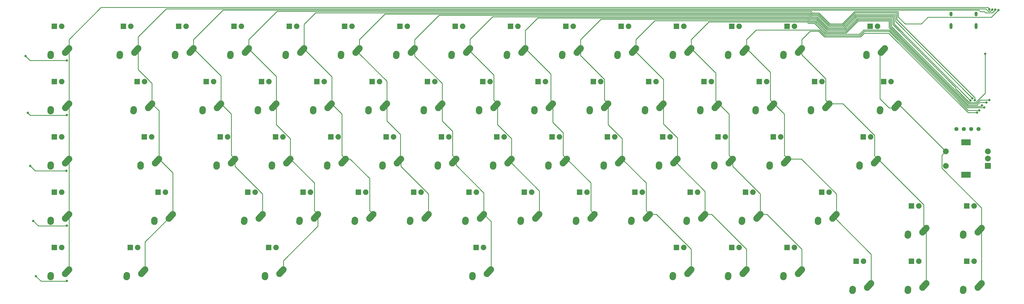
<source format=gbr>
%TF.GenerationSoftware,KiCad,Pcbnew,(5.1.9)-1*%
%TF.CreationDate,2021-07-19T10:18:42-07:00*%
%TF.ProjectId,unsplit-keyboard,756e7370-6c69-4742-9d6b-6579626f6172,rev?*%
%TF.SameCoordinates,Original*%
%TF.FileFunction,Copper,L1,Top*%
%TF.FilePolarity,Positive*%
%FSLAX46Y46*%
G04 Gerber Fmt 4.6, Leading zero omitted, Abs format (unit mm)*
G04 Created by KiCad (PCBNEW (5.1.9)-1) date 2021-07-19 10:18:42*
%MOMM*%
%LPD*%
G01*
G04 APERTURE LIST*
%TA.AperFunction,ComponentPad*%
%ADD10C,2.250000*%
%TD*%
%TA.AperFunction,ComponentPad*%
%ADD11C,1.905000*%
%TD*%
%TA.AperFunction,ComponentPad*%
%ADD12R,1.905000X1.905000*%
%TD*%
%TA.AperFunction,ComponentPad*%
%ADD13O,1.000000X2.100000*%
%TD*%
%TA.AperFunction,ComponentPad*%
%ADD14O,1.000000X1.600000*%
%TD*%
%TA.AperFunction,ComponentPad*%
%ADD15C,2.000000*%
%TD*%
%TA.AperFunction,ComponentPad*%
%ADD16R,3.200000X2.000000*%
%TD*%
%TA.AperFunction,ComponentPad*%
%ADD17R,2.000000X2.000000*%
%TD*%
%TA.AperFunction,ComponentPad*%
%ADD18C,1.397000*%
%TD*%
%TA.AperFunction,ViaPad*%
%ADD19C,0.800000*%
%TD*%
%TA.AperFunction,Conductor*%
%ADD20C,0.250000*%
%TD*%
G04 APERTURE END LIST*
%TO.P,MX25,2*%
%TO.N,Net-(D25-Pad1)*%
%TA.AperFunction,ComponentPad*%
G36*
G01*
X208652476Y-47827740D02*
X208651403Y-47827666D01*
G75*
G02*
X209696334Y-49027403I-77403J-1122334D01*
G01*
X209656334Y-49607403D01*
G75*
G02*
X208456597Y-50652334I-1122334J77403D01*
G01*
X208456597Y-50652334D01*
G75*
G02*
X207411666Y-49452597I77403J1122334D01*
G01*
X207451666Y-48872597D01*
G75*
G02*
X208651403Y-47827666I1122334J-77403D01*
G01*
G37*
%TD.AperFunction*%
D10*
X208534000Y-49530000D03*
%TO.P,MX25,1*%
%TO.N,COL9*%
%TA.AperFunction,ComponentPad*%
G36*
G01*
X215636772Y-46153962D02*
X215635317Y-46152655D01*
G75*
G02*
X215721345Y-47741317I-751317J-837345D01*
G01*
X214411343Y-49201317D01*
G75*
G02*
X212822681Y-49287345I-837345J751317D01*
G01*
X212822681Y-49287345D01*
G75*
G02*
X212736653Y-47698683I751317J837345D01*
G01*
X214046655Y-46238683D01*
G75*
G02*
X215635317Y-46152655I837345J-751317D01*
G01*
G37*
%TD.AperFunction*%
X213574000Y-48450000D03*
D11*
%TO.P,MX25,3*%
%TO.N,N/C*%
X212344000Y-39370000D03*
D12*
%TO.P,MX25,4*%
X209804000Y-39370000D03*
%TD*%
%TO.P,MX33,2*%
%TO.N,Net-(D33-Pad1)*%
%TA.AperFunction,ComponentPad*%
G36*
G01*
X80128476Y-66877740D02*
X80127403Y-66877666D01*
G75*
G02*
X81172334Y-68077403I-77403J-1122334D01*
G01*
X81132334Y-68657403D01*
G75*
G02*
X79932597Y-69702334I-1122334J77403D01*
G01*
X79932597Y-69702334D01*
G75*
G02*
X78887666Y-68502597I77403J1122334D01*
G01*
X78927666Y-67922597D01*
G75*
G02*
X80127403Y-66877666I1122334J-77403D01*
G01*
G37*
%TD.AperFunction*%
D10*
X80010000Y-68580000D03*
%TO.P,MX33,1*%
%TO.N,COL2*%
%TA.AperFunction,ComponentPad*%
G36*
G01*
X87112772Y-65203962D02*
X87111317Y-65202655D01*
G75*
G02*
X87197345Y-66791317I-751317J-837345D01*
G01*
X85887343Y-68251317D01*
G75*
G02*
X84298681Y-68337345I-837345J751317D01*
G01*
X84298681Y-68337345D01*
G75*
G02*
X84212653Y-66748683I751317J837345D01*
G01*
X85522655Y-65288683D01*
G75*
G02*
X87111317Y-65202655I837345J-751317D01*
G01*
G37*
%TD.AperFunction*%
X85050000Y-67500000D03*
D11*
%TO.P,MX33,3*%
%TO.N,N/C*%
X83820000Y-58420000D03*
D12*
%TO.P,MX33,4*%
X81280000Y-58420000D03*
%TD*%
%TO.P,MX66,2*%
%TO.N,Net-(D66-Pad1)*%
%TA.AperFunction,ComponentPad*%
G36*
G01*
X275390976Y-104977740D02*
X275389903Y-104977666D01*
G75*
G02*
X276434834Y-106177403I-77403J-1122334D01*
G01*
X276394834Y-106757403D01*
G75*
G02*
X275195097Y-107802334I-1122334J77403D01*
G01*
X275195097Y-107802334D01*
G75*
G02*
X274150166Y-106602597I77403J1122334D01*
G01*
X274190166Y-106022597D01*
G75*
G02*
X275389903Y-104977666I1122334J-77403D01*
G01*
G37*
%TD.AperFunction*%
D10*
X275272500Y-106680000D03*
%TO.P,MX66,1*%
%TO.N,COL11*%
%TA.AperFunction,ComponentPad*%
G36*
G01*
X282375272Y-103303962D02*
X282373817Y-103302655D01*
G75*
G02*
X282459845Y-104891317I-751317J-837345D01*
G01*
X281149843Y-106351317D01*
G75*
G02*
X279561181Y-106437345I-837345J751317D01*
G01*
X279561181Y-106437345D01*
G75*
G02*
X279475153Y-104848683I751317J837345D01*
G01*
X280785155Y-103388683D01*
G75*
G02*
X282373817Y-103302655I837345J-751317D01*
G01*
G37*
%TD.AperFunction*%
X280312500Y-105600000D03*
D11*
%TO.P,MX66,3*%
%TO.N,N/C*%
X279082500Y-96520000D03*
D12*
%TO.P,MX66,4*%
X276542500Y-96520000D03*
%TD*%
%TO.P,MX7,2*%
%TO.N,Net-(D7-Pad1)*%
%TA.AperFunction,ComponentPad*%
G36*
G01*
X142040976Y-28777740D02*
X142039903Y-28777666D01*
G75*
G02*
X143084834Y-29977403I-77403J-1122334D01*
G01*
X143044834Y-30557403D01*
G75*
G02*
X141845097Y-31602334I-1122334J77403D01*
G01*
X141845097Y-31602334D01*
G75*
G02*
X140800166Y-30402597I77403J1122334D01*
G01*
X140840166Y-29822597D01*
G75*
G02*
X142039903Y-28777666I1122334J-77403D01*
G01*
G37*
%TD.AperFunction*%
D10*
X141922500Y-30480000D03*
%TO.P,MX7,1*%
%TO.N,COL6*%
%TA.AperFunction,ComponentPad*%
G36*
G01*
X149025272Y-27103962D02*
X149023817Y-27102655D01*
G75*
G02*
X149109845Y-28691317I-751317J-837345D01*
G01*
X147799843Y-30151317D01*
G75*
G02*
X146211181Y-30237345I-837345J751317D01*
G01*
X146211181Y-30237345D01*
G75*
G02*
X146125153Y-28648683I751317J837345D01*
G01*
X147435155Y-27188683D01*
G75*
G02*
X149023817Y-27102655I837345J-751317D01*
G01*
G37*
%TD.AperFunction*%
X146962500Y-29400000D03*
D11*
%TO.P,MX7,3*%
%TO.N,N/C*%
X145732500Y-20320000D03*
D12*
%TO.P,MX7,4*%
X143192500Y-20320000D03*
%TD*%
%TO.P,MX17,2*%
%TO.N,Net-(D17-Pad1)*%
%TA.AperFunction,ComponentPad*%
G36*
G01*
X51553476Y-47827740D02*
X51552403Y-47827666D01*
G75*
G02*
X52597334Y-49027403I-77403J-1122334D01*
G01*
X52557334Y-49607403D01*
G75*
G02*
X51357597Y-50652334I-1122334J77403D01*
G01*
X51357597Y-50652334D01*
G75*
G02*
X50312666Y-49452597I77403J1122334D01*
G01*
X50352666Y-48872597D01*
G75*
G02*
X51552403Y-47827666I1122334J-77403D01*
G01*
G37*
%TD.AperFunction*%
D10*
X51435000Y-49530000D03*
%TO.P,MX17,1*%
%TO.N,COL1*%
%TA.AperFunction,ComponentPad*%
G36*
G01*
X58537772Y-46153962D02*
X58536317Y-46152655D01*
G75*
G02*
X58622345Y-47741317I-751317J-837345D01*
G01*
X57312343Y-49201317D01*
G75*
G02*
X55723681Y-49287345I-837345J751317D01*
G01*
X55723681Y-49287345D01*
G75*
G02*
X55637653Y-47698683I751317J837345D01*
G01*
X56947655Y-46238683D01*
G75*
G02*
X58536317Y-46152655I837345J-751317D01*
G01*
G37*
%TD.AperFunction*%
X56475000Y-48450000D03*
D11*
%TO.P,MX17,3*%
%TO.N,N/C*%
X55245000Y-39370000D03*
D12*
%TO.P,MX17,4*%
X52705000Y-39370000D03*
%TD*%
%TO.P,MX45,2*%
%TO.N,Net-(D45-Pad1)*%
%TA.AperFunction,ComponentPad*%
G36*
G01*
X22978476Y-85927740D02*
X22977403Y-85927666D01*
G75*
G02*
X24022334Y-87127403I-77403J-1122334D01*
G01*
X23982334Y-87707403D01*
G75*
G02*
X22782597Y-88752334I-1122334J77403D01*
G01*
X22782597Y-88752334D01*
G75*
G02*
X21737666Y-87552597I77403J1122334D01*
G01*
X21777666Y-86972597D01*
G75*
G02*
X22977403Y-85927666I1122334J-77403D01*
G01*
G37*
%TD.AperFunction*%
D10*
X22860000Y-87630000D03*
%TO.P,MX45,1*%
%TO.N,COL0*%
%TA.AperFunction,ComponentPad*%
G36*
G01*
X29962772Y-84253962D02*
X29961317Y-84252655D01*
G75*
G02*
X30047345Y-85841317I-751317J-837345D01*
G01*
X28737343Y-87301317D01*
G75*
G02*
X27148681Y-87387345I-837345J751317D01*
G01*
X27148681Y-87387345D01*
G75*
G02*
X27062653Y-85798683I751317J837345D01*
G01*
X28372655Y-84338683D01*
G75*
G02*
X29961317Y-84252655I837345J-751317D01*
G01*
G37*
%TD.AperFunction*%
X27900000Y-86550000D03*
D11*
%TO.P,MX45,3*%
%TO.N,N/C*%
X26670000Y-77470000D03*
D12*
%TO.P,MX45,4*%
X24130000Y-77470000D03*
%TD*%
%TO.P,MX16,2*%
%TO.N,Net-(D16-Pad1)*%
%TA.AperFunction,ComponentPad*%
G36*
G01*
X22983556Y-47827740D02*
X22982483Y-47827666D01*
G75*
G02*
X24027414Y-49027403I-77403J-1122334D01*
G01*
X23987414Y-49607403D01*
G75*
G02*
X22787677Y-50652334I-1122334J77403D01*
G01*
X22787677Y-50652334D01*
G75*
G02*
X21742746Y-49452597I77403J1122334D01*
G01*
X21782746Y-48872597D01*
G75*
G02*
X22982483Y-47827666I1122334J-77403D01*
G01*
G37*
%TD.AperFunction*%
D10*
X22865080Y-49530000D03*
%TO.P,MX16,1*%
%TO.N,COL0*%
%TA.AperFunction,ComponentPad*%
G36*
G01*
X29967852Y-46153962D02*
X29966397Y-46152655D01*
G75*
G02*
X30052425Y-47741317I-751317J-837345D01*
G01*
X28742423Y-49201317D01*
G75*
G02*
X27153761Y-49287345I-837345J751317D01*
G01*
X27153761Y-49287345D01*
G75*
G02*
X27067733Y-47698683I751317J837345D01*
G01*
X28377735Y-46238683D01*
G75*
G02*
X29966397Y-46152655I837345J-751317D01*
G01*
G37*
%TD.AperFunction*%
X27905080Y-48450000D03*
D11*
%TO.P,MX16,3*%
%TO.N,N/C*%
X26675080Y-39370000D03*
D12*
%TO.P,MX16,4*%
X24135080Y-39370000D03*
%TD*%
%TO.P,MX1,2*%
%TO.N,Net-(D1-Pad1)*%
%TA.AperFunction,ComponentPad*%
G36*
G01*
X22978476Y-28777740D02*
X22977403Y-28777666D01*
G75*
G02*
X24022334Y-29977403I-77403J-1122334D01*
G01*
X23982334Y-30557403D01*
G75*
G02*
X22782597Y-31602334I-1122334J77403D01*
G01*
X22782597Y-31602334D01*
G75*
G02*
X21737666Y-30402597I77403J1122334D01*
G01*
X21777666Y-29822597D01*
G75*
G02*
X22977403Y-28777666I1122334J-77403D01*
G01*
G37*
%TD.AperFunction*%
D10*
X22860000Y-30480000D03*
%TO.P,MX1,1*%
%TO.N,COL0*%
%TA.AperFunction,ComponentPad*%
G36*
G01*
X29962772Y-27103962D02*
X29961317Y-27102655D01*
G75*
G02*
X30047345Y-28691317I-751317J-837345D01*
G01*
X28737343Y-30151317D01*
G75*
G02*
X27148681Y-30237345I-837345J751317D01*
G01*
X27148681Y-30237345D01*
G75*
G02*
X27062653Y-28648683I751317J837345D01*
G01*
X28372655Y-27188683D01*
G75*
G02*
X29961317Y-27102655I837345J-751317D01*
G01*
G37*
%TD.AperFunction*%
X27900000Y-29400000D03*
D11*
%TO.P,MX1,3*%
%TO.N,N/C*%
X26670000Y-20320000D03*
D12*
%TO.P,MX1,4*%
X24130000Y-20320000D03*
%TD*%
%TO.P,MX59,2*%
%TO.N,Net-(D59-Pad1)*%
%TA.AperFunction,ComponentPad*%
G36*
G01*
X337303476Y-90690240D02*
X337302403Y-90690166D01*
G75*
G02*
X338347334Y-91889903I-77403J-1122334D01*
G01*
X338307334Y-92469903D01*
G75*
G02*
X337107597Y-93514834I-1122334J77403D01*
G01*
X337107597Y-93514834D01*
G75*
G02*
X336062666Y-92315097I77403J1122334D01*
G01*
X336102666Y-91735097D01*
G75*
G02*
X337302403Y-90690166I1122334J-77403D01*
G01*
G37*
%TD.AperFunction*%
D10*
X337185000Y-92392500D03*
%TO.P,MX59,1*%
%TO.N,COL14*%
%TA.AperFunction,ComponentPad*%
G36*
G01*
X344287772Y-89016462D02*
X344286317Y-89015155D01*
G75*
G02*
X344372345Y-90603817I-751317J-837345D01*
G01*
X343062343Y-92063817D01*
G75*
G02*
X341473681Y-92149845I-837345J751317D01*
G01*
X341473681Y-92149845D01*
G75*
G02*
X341387653Y-90561183I751317J837345D01*
G01*
X342697655Y-89101183D01*
G75*
G02*
X344286317Y-89015155I837345J-751317D01*
G01*
G37*
%TD.AperFunction*%
X342225000Y-91312500D03*
D11*
%TO.P,MX59,3*%
%TO.N,N/C*%
X340995000Y-82232500D03*
D12*
%TO.P,MX59,4*%
X338455000Y-82232500D03*
%TD*%
D13*
%TO.P,USB1,13*%
%TO.N,GND*%
X333025020Y-20275020D03*
X341665020Y-20275020D03*
D14*
X333025020Y-16095020D03*
X341665020Y-16095020D03*
%TD*%
D12*
%TO.P,MX63,4*%
%TO.N,N/C*%
X169418000Y-96520000D03*
D11*
%TO.P,MX63,3*%
X171958000Y-96520000D03*
D10*
%TO.P,MX63,1*%
%TO.N,COL6*%
X173188000Y-105600000D03*
%TA.AperFunction,ComponentPad*%
G36*
G01*
X175250772Y-103303962D02*
X175249317Y-103302655D01*
G75*
G02*
X175335345Y-104891317I-751317J-837345D01*
G01*
X174025343Y-106351317D01*
G75*
G02*
X172436681Y-106437345I-837345J751317D01*
G01*
X172436681Y-106437345D01*
G75*
G02*
X172350653Y-104848683I751317J837345D01*
G01*
X173660655Y-103388683D01*
G75*
G02*
X175249317Y-103302655I837345J-751317D01*
G01*
G37*
%TD.AperFunction*%
%TO.P,MX63,2*%
%TO.N,Net-(D63-Pad1)*%
X168148000Y-106680000D03*
%TA.AperFunction,ComponentPad*%
G36*
G01*
X168266476Y-104977740D02*
X168265403Y-104977666D01*
G75*
G02*
X169310334Y-106177403I-77403J-1122334D01*
G01*
X169270334Y-106757403D01*
G75*
G02*
X168070597Y-107802334I-1122334J77403D01*
G01*
X168070597Y-107802334D01*
G75*
G02*
X167025666Y-106602597I77403J1122334D01*
G01*
X167065666Y-106022597D01*
G75*
G02*
X168265403Y-104977666I1122334J-77403D01*
G01*
G37*
%TD.AperFunction*%
%TD*%
D15*
%TO.P,ENC1,S1*%
%TO.N,COL14*%
X331200350Y-63408550D03*
%TO.P,ENC1,S2*%
%TO.N,R_ENC*%
X331200350Y-68408550D03*
D16*
%TO.P,ENC1,MP*%
%TO.N,N/C*%
X338200350Y-60308550D03*
X338200350Y-71508550D03*
D15*
%TO.P,ENC1,B*%
%TO.N,ROT_B*%
X345700350Y-63408550D03*
%TO.P,ENC1,C*%
%TO.N,GND*%
X345700350Y-65908550D03*
D17*
%TO.P,ENC1,A*%
%TO.N,ROT_A*%
X345700350Y-68408550D03*
%TD*%
D12*
%TO.P,MX30,4*%
%TO.N,N/C*%
X309821580Y-39370000D03*
D11*
%TO.P,MX30,3*%
X312361580Y-39370000D03*
D10*
%TO.P,MX30,1*%
%TO.N,COL14*%
X313591580Y-48450000D03*
%TA.AperFunction,ComponentPad*%
G36*
G01*
X315654352Y-46153962D02*
X315652897Y-46152655D01*
G75*
G02*
X315738925Y-47741317I-751317J-837345D01*
G01*
X314428923Y-49201317D01*
G75*
G02*
X312840261Y-49287345I-837345J751317D01*
G01*
X312840261Y-49287345D01*
G75*
G02*
X312754233Y-47698683I751317J837345D01*
G01*
X314064235Y-46238683D01*
G75*
G02*
X315652897Y-46152655I837345J-751317D01*
G01*
G37*
%TD.AperFunction*%
%TO.P,MX30,2*%
%TO.N,Net-(D30-Pad1)*%
X308551580Y-49530000D03*
%TA.AperFunction,ComponentPad*%
G36*
G01*
X308670056Y-47827740D02*
X308668983Y-47827666D01*
G75*
G02*
X309713914Y-49027403I-77403J-1122334D01*
G01*
X309673914Y-49607403D01*
G75*
G02*
X308474177Y-50652334I-1122334J77403D01*
G01*
X308474177Y-50652334D01*
G75*
G02*
X307429246Y-49452597I77403J1122334D01*
G01*
X307469246Y-48872597D01*
G75*
G02*
X308668983Y-47827666I1122334J-77403D01*
G01*
G37*
%TD.AperFunction*%
%TD*%
%TO.P,MX44,2*%
%TO.N,Net-(D44-Pad1)*%
%TA.AperFunction,ComponentPad*%
G36*
G01*
X301584726Y-66877740D02*
X301583653Y-66877666D01*
G75*
G02*
X302628584Y-68077403I-77403J-1122334D01*
G01*
X302588584Y-68657403D01*
G75*
G02*
X301388847Y-69702334I-1122334J77403D01*
G01*
X301388847Y-69702334D01*
G75*
G02*
X300343916Y-68502597I77403J1122334D01*
G01*
X300383916Y-67922597D01*
G75*
G02*
X301583653Y-66877666I1122334J-77403D01*
G01*
G37*
%TD.AperFunction*%
X301466250Y-68580000D03*
%TO.P,MX44,1*%
%TO.N,COL13*%
%TA.AperFunction,ComponentPad*%
G36*
G01*
X308569022Y-65203962D02*
X308567567Y-65202655D01*
G75*
G02*
X308653595Y-66791317I-751317J-837345D01*
G01*
X307343593Y-68251317D01*
G75*
G02*
X305754931Y-68337345I-837345J751317D01*
G01*
X305754931Y-68337345D01*
G75*
G02*
X305668903Y-66748683I751317J837345D01*
G01*
X306978905Y-65288683D01*
G75*
G02*
X308567567Y-65202655I837345J-751317D01*
G01*
G37*
%TD.AperFunction*%
X306506250Y-67500000D03*
D11*
%TO.P,MX44,3*%
%TO.N,N/C*%
X305276250Y-58420000D03*
D12*
%TO.P,MX44,4*%
X302736250Y-58420000D03*
%TD*%
%TO.P,MX2,2*%
%TO.N,Net-(D2-Pad1)*%
%TA.AperFunction,ComponentPad*%
G36*
G01*
X46790976Y-28777740D02*
X46789903Y-28777666D01*
G75*
G02*
X47834834Y-29977403I-77403J-1122334D01*
G01*
X47794834Y-30557403D01*
G75*
G02*
X46595097Y-31602334I-1122334J77403D01*
G01*
X46595097Y-31602334D01*
G75*
G02*
X45550166Y-30402597I77403J1122334D01*
G01*
X45590166Y-29822597D01*
G75*
G02*
X46789903Y-28777666I1122334J-77403D01*
G01*
G37*
%TD.AperFunction*%
D10*
X46672500Y-30480000D03*
%TO.P,MX2,1*%
%TO.N,COL1*%
%TA.AperFunction,ComponentPad*%
G36*
G01*
X53775272Y-27103962D02*
X53773817Y-27102655D01*
G75*
G02*
X53859845Y-28691317I-751317J-837345D01*
G01*
X52549843Y-30151317D01*
G75*
G02*
X50961181Y-30237345I-837345J751317D01*
G01*
X50961181Y-30237345D01*
G75*
G02*
X50875153Y-28648683I751317J837345D01*
G01*
X52185155Y-27188683D01*
G75*
G02*
X53773817Y-27102655I837345J-751317D01*
G01*
G37*
%TD.AperFunction*%
X51712500Y-29400000D03*
D11*
%TO.P,MX2,3*%
%TO.N,N/C*%
X50482500Y-20320000D03*
D12*
%TO.P,MX2,4*%
X47942500Y-20320000D03*
%TD*%
D18*
%TO.P,OL1,4*%
%TO.N,GND*%
X334899000Y-55753000D03*
%TO.P,OL1,3*%
%TO.N,VCC*%
X337439000Y-55753000D03*
%TO.P,OL1,2*%
%TO.N,SCL*%
X339979000Y-55753000D03*
%TO.P,OL1,1*%
%TO.N,SDA*%
X342519000Y-55753000D03*
%TD*%
%TO.P,MX69,2*%
%TO.N,Net-(D69-Pad1)*%
%TA.AperFunction,ComponentPad*%
G36*
G01*
X337303476Y-109740240D02*
X337302403Y-109740166D01*
G75*
G02*
X338347334Y-110939903I-77403J-1122334D01*
G01*
X338307334Y-111519903D01*
G75*
G02*
X337107597Y-112564834I-1122334J77403D01*
G01*
X337107597Y-112564834D01*
G75*
G02*
X336062666Y-111365097I77403J1122334D01*
G01*
X336102666Y-110785097D01*
G75*
G02*
X337302403Y-109740166I1122334J-77403D01*
G01*
G37*
%TD.AperFunction*%
D10*
X337185000Y-111442500D03*
%TO.P,MX69,1*%
%TO.N,COL14*%
%TA.AperFunction,ComponentPad*%
G36*
G01*
X344287772Y-108066462D02*
X344286317Y-108065155D01*
G75*
G02*
X344372345Y-109653817I-751317J-837345D01*
G01*
X343062343Y-111113817D01*
G75*
G02*
X341473681Y-111199845I-837345J751317D01*
G01*
X341473681Y-111199845D01*
G75*
G02*
X341387653Y-109611183I751317J837345D01*
G01*
X342697655Y-108151183D01*
G75*
G02*
X344286317Y-108065155I837345J-751317D01*
G01*
G37*
%TD.AperFunction*%
X342225000Y-110362500D03*
D11*
%TO.P,MX69,3*%
%TO.N,N/C*%
X340995000Y-101282500D03*
D12*
%TO.P,MX69,4*%
X338455000Y-101282500D03*
%TD*%
%TO.P,MX68,2*%
%TO.N,Net-(D68-Pad1)*%
%TA.AperFunction,ComponentPad*%
G36*
G01*
X318253476Y-109740240D02*
X318252403Y-109740166D01*
G75*
G02*
X319297334Y-110939903I-77403J-1122334D01*
G01*
X319257334Y-111519903D01*
G75*
G02*
X318057597Y-112564834I-1122334J77403D01*
G01*
X318057597Y-112564834D01*
G75*
G02*
X317012666Y-111365097I77403J1122334D01*
G01*
X317052666Y-110785097D01*
G75*
G02*
X318252403Y-109740166I1122334J-77403D01*
G01*
G37*
%TD.AperFunction*%
D10*
X318135000Y-111442500D03*
%TO.P,MX68,1*%
%TO.N,COL13*%
%TA.AperFunction,ComponentPad*%
G36*
G01*
X325237772Y-108066462D02*
X325236317Y-108065155D01*
G75*
G02*
X325322345Y-109653817I-751317J-837345D01*
G01*
X324012343Y-111113817D01*
G75*
G02*
X322423681Y-111199845I-837345J751317D01*
G01*
X322423681Y-111199845D01*
G75*
G02*
X322337653Y-109611183I751317J837345D01*
G01*
X323647655Y-108151183D01*
G75*
G02*
X325236317Y-108065155I837345J-751317D01*
G01*
G37*
%TD.AperFunction*%
X323175000Y-110362500D03*
D11*
%TO.P,MX68,3*%
%TO.N,N/C*%
X321945000Y-101282500D03*
D12*
%TO.P,MX68,4*%
X319405000Y-101282500D03*
%TD*%
%TO.P,MX67,2*%
%TO.N,Net-(D67-Pad1)*%
%TA.AperFunction,ComponentPad*%
G36*
G01*
X299203476Y-109740240D02*
X299202403Y-109740166D01*
G75*
G02*
X300247334Y-110939903I-77403J-1122334D01*
G01*
X300207334Y-111519903D01*
G75*
G02*
X299007597Y-112564834I-1122334J77403D01*
G01*
X299007597Y-112564834D01*
G75*
G02*
X297962666Y-111365097I77403J1122334D01*
G01*
X298002666Y-110785097D01*
G75*
G02*
X299202403Y-109740166I1122334J-77403D01*
G01*
G37*
%TD.AperFunction*%
D10*
X299085000Y-111442500D03*
%TO.P,MX67,1*%
%TO.N,COL12*%
%TA.AperFunction,ComponentPad*%
G36*
G01*
X306187772Y-108066462D02*
X306186317Y-108065155D01*
G75*
G02*
X306272345Y-109653817I-751317J-837345D01*
G01*
X304962343Y-111113817D01*
G75*
G02*
X303373681Y-111199845I-837345J751317D01*
G01*
X303373681Y-111199845D01*
G75*
G02*
X303287653Y-109611183I751317J837345D01*
G01*
X304597655Y-108151183D01*
G75*
G02*
X306186317Y-108065155I837345J-751317D01*
G01*
G37*
%TD.AperFunction*%
X304125000Y-110362500D03*
D11*
%TO.P,MX67,3*%
%TO.N,N/C*%
X302895000Y-101282500D03*
D12*
%TO.P,MX67,4*%
X300355000Y-101282500D03*
%TD*%
%TO.P,MX65,2*%
%TO.N,Net-(D65-Pad1)*%
%TA.AperFunction,ComponentPad*%
G36*
G01*
X256340976Y-104977740D02*
X256339903Y-104977666D01*
G75*
G02*
X257384834Y-106177403I-77403J-1122334D01*
G01*
X257344834Y-106757403D01*
G75*
G02*
X256145097Y-107802334I-1122334J77403D01*
G01*
X256145097Y-107802334D01*
G75*
G02*
X255100166Y-106602597I77403J1122334D01*
G01*
X255140166Y-106022597D01*
G75*
G02*
X256339903Y-104977666I1122334J-77403D01*
G01*
G37*
%TD.AperFunction*%
D10*
X256222500Y-106680000D03*
%TO.P,MX65,1*%
%TO.N,COL10*%
%TA.AperFunction,ComponentPad*%
G36*
G01*
X263325272Y-103303962D02*
X263323817Y-103302655D01*
G75*
G02*
X263409845Y-104891317I-751317J-837345D01*
G01*
X262099843Y-106351317D01*
G75*
G02*
X260511181Y-106437345I-837345J751317D01*
G01*
X260511181Y-106437345D01*
G75*
G02*
X260425153Y-104848683I751317J837345D01*
G01*
X261735155Y-103388683D01*
G75*
G02*
X263323817Y-103302655I837345J-751317D01*
G01*
G37*
%TD.AperFunction*%
X261262500Y-105600000D03*
D11*
%TO.P,MX65,3*%
%TO.N,N/C*%
X260032500Y-96520000D03*
D12*
%TO.P,MX65,4*%
X257492500Y-96520000D03*
%TD*%
%TO.P,MX64,2*%
%TO.N,Net-(D64-Pad1)*%
%TA.AperFunction,ComponentPad*%
G36*
G01*
X237290976Y-104977740D02*
X237289903Y-104977666D01*
G75*
G02*
X238334834Y-106177403I-77403J-1122334D01*
G01*
X238294834Y-106757403D01*
G75*
G02*
X237095097Y-107802334I-1122334J77403D01*
G01*
X237095097Y-107802334D01*
G75*
G02*
X236050166Y-106602597I77403J1122334D01*
G01*
X236090166Y-106022597D01*
G75*
G02*
X237289903Y-104977666I1122334J-77403D01*
G01*
G37*
%TD.AperFunction*%
D10*
X237172500Y-106680000D03*
%TO.P,MX64,1*%
%TO.N,COL9*%
%TA.AperFunction,ComponentPad*%
G36*
G01*
X244275272Y-103303962D02*
X244273817Y-103302655D01*
G75*
G02*
X244359845Y-104891317I-751317J-837345D01*
G01*
X243049843Y-106351317D01*
G75*
G02*
X241461181Y-106437345I-837345J751317D01*
G01*
X241461181Y-106437345D01*
G75*
G02*
X241375153Y-104848683I751317J837345D01*
G01*
X242685155Y-103388683D01*
G75*
G02*
X244273817Y-103302655I837345J-751317D01*
G01*
G37*
%TD.AperFunction*%
X242212500Y-105600000D03*
D11*
%TO.P,MX64,3*%
%TO.N,N/C*%
X240982500Y-96520000D03*
D12*
%TO.P,MX64,4*%
X238442500Y-96520000D03*
%TD*%
%TO.P,MX62,2*%
%TO.N,Net-(D62-Pad1)*%
%TA.AperFunction,ComponentPad*%
G36*
G01*
X96797226Y-104977740D02*
X96796153Y-104977666D01*
G75*
G02*
X97841084Y-106177403I-77403J-1122334D01*
G01*
X97801084Y-106757403D01*
G75*
G02*
X96601347Y-107802334I-1122334J77403D01*
G01*
X96601347Y-107802334D01*
G75*
G02*
X95556416Y-106602597I77403J1122334D01*
G01*
X95596416Y-106022597D01*
G75*
G02*
X96796153Y-104977666I1122334J-77403D01*
G01*
G37*
%TD.AperFunction*%
D10*
X96678750Y-106680000D03*
%TO.P,MX62,1*%
%TO.N,COL3*%
%TA.AperFunction,ComponentPad*%
G36*
G01*
X103781522Y-103303962D02*
X103780067Y-103302655D01*
G75*
G02*
X103866095Y-104891317I-751317J-837345D01*
G01*
X102556093Y-106351317D01*
G75*
G02*
X100967431Y-106437345I-837345J751317D01*
G01*
X100967431Y-106437345D01*
G75*
G02*
X100881403Y-104848683I751317J837345D01*
G01*
X102191405Y-103388683D01*
G75*
G02*
X103780067Y-103302655I837345J-751317D01*
G01*
G37*
%TD.AperFunction*%
X101718750Y-105600000D03*
D11*
%TO.P,MX62,3*%
%TO.N,N/C*%
X100488750Y-96520000D03*
D12*
%TO.P,MX62,4*%
X97948750Y-96520000D03*
%TD*%
%TO.P,MX61,2*%
%TO.N,Net-(D61-Pad1)*%
%TA.AperFunction,ComponentPad*%
G36*
G01*
X49172226Y-104977740D02*
X49171153Y-104977666D01*
G75*
G02*
X50216084Y-106177403I-77403J-1122334D01*
G01*
X50176084Y-106757403D01*
G75*
G02*
X48976347Y-107802334I-1122334J77403D01*
G01*
X48976347Y-107802334D01*
G75*
G02*
X47931416Y-106602597I77403J1122334D01*
G01*
X47971416Y-106022597D01*
G75*
G02*
X49171153Y-104977666I1122334J-77403D01*
G01*
G37*
%TD.AperFunction*%
D10*
X49053750Y-106680000D03*
%TO.P,MX61,1*%
%TO.N,COL1*%
%TA.AperFunction,ComponentPad*%
G36*
G01*
X56156522Y-103303962D02*
X56155067Y-103302655D01*
G75*
G02*
X56241095Y-104891317I-751317J-837345D01*
G01*
X54931093Y-106351317D01*
G75*
G02*
X53342431Y-106437345I-837345J751317D01*
G01*
X53342431Y-106437345D01*
G75*
G02*
X53256403Y-104848683I751317J837345D01*
G01*
X54566405Y-103388683D01*
G75*
G02*
X56155067Y-103302655I837345J-751317D01*
G01*
G37*
%TD.AperFunction*%
X54093750Y-105600000D03*
D11*
%TO.P,MX61,3*%
%TO.N,N/C*%
X52863750Y-96520000D03*
D12*
%TO.P,MX61,4*%
X50323750Y-96520000D03*
%TD*%
%TO.P,MX60,2*%
%TO.N,Net-(D60-Pad1)*%
%TA.AperFunction,ComponentPad*%
G36*
G01*
X22978476Y-104977740D02*
X22977403Y-104977666D01*
G75*
G02*
X24022334Y-106177403I-77403J-1122334D01*
G01*
X23982334Y-106757403D01*
G75*
G02*
X22782597Y-107802334I-1122334J77403D01*
G01*
X22782597Y-107802334D01*
G75*
G02*
X21737666Y-106602597I77403J1122334D01*
G01*
X21777666Y-106022597D01*
G75*
G02*
X22977403Y-104977666I1122334J-77403D01*
G01*
G37*
%TD.AperFunction*%
D10*
X22860000Y-106680000D03*
%TO.P,MX60,1*%
%TO.N,COL0*%
%TA.AperFunction,ComponentPad*%
G36*
G01*
X29962772Y-103303962D02*
X29961317Y-103302655D01*
G75*
G02*
X30047345Y-104891317I-751317J-837345D01*
G01*
X28737343Y-106351317D01*
G75*
G02*
X27148681Y-106437345I-837345J751317D01*
G01*
X27148681Y-106437345D01*
G75*
G02*
X27062653Y-104848683I751317J837345D01*
G01*
X28372655Y-103388683D01*
G75*
G02*
X29961317Y-103302655I837345J-751317D01*
G01*
G37*
%TD.AperFunction*%
X27900000Y-105600000D03*
D11*
%TO.P,MX60,3*%
%TO.N,N/C*%
X26670000Y-96520000D03*
D12*
%TO.P,MX60,4*%
X24130000Y-96520000D03*
%TD*%
%TO.P,MX58,2*%
%TO.N,Net-(D58-Pad1)*%
%TA.AperFunction,ComponentPad*%
G36*
G01*
X318253476Y-90690240D02*
X318252403Y-90690166D01*
G75*
G02*
X319297334Y-91889903I-77403J-1122334D01*
G01*
X319257334Y-92469903D01*
G75*
G02*
X318057597Y-93514834I-1122334J77403D01*
G01*
X318057597Y-93514834D01*
G75*
G02*
X317012666Y-92315097I77403J1122334D01*
G01*
X317052666Y-91735097D01*
G75*
G02*
X318252403Y-90690166I1122334J-77403D01*
G01*
G37*
%TD.AperFunction*%
D10*
X318135000Y-92392500D03*
%TO.P,MX58,1*%
%TO.N,COL13*%
%TA.AperFunction,ComponentPad*%
G36*
G01*
X325237772Y-89016462D02*
X325236317Y-89015155D01*
G75*
G02*
X325322345Y-90603817I-751317J-837345D01*
G01*
X324012343Y-92063817D01*
G75*
G02*
X322423681Y-92149845I-837345J751317D01*
G01*
X322423681Y-92149845D01*
G75*
G02*
X322337653Y-90561183I751317J837345D01*
G01*
X323647655Y-89101183D01*
G75*
G02*
X325236317Y-89015155I837345J-751317D01*
G01*
G37*
%TD.AperFunction*%
X323175000Y-91312500D03*
D11*
%TO.P,MX58,3*%
%TO.N,N/C*%
X321945000Y-82232500D03*
D12*
%TO.P,MX58,4*%
X319405000Y-82232500D03*
%TD*%
%TO.P,MX57,2*%
%TO.N,Net-(D57-Pad1)*%
%TA.AperFunction,ComponentPad*%
G36*
G01*
X287297226Y-85927740D02*
X287296153Y-85927666D01*
G75*
G02*
X288341084Y-87127403I-77403J-1122334D01*
G01*
X288301084Y-87707403D01*
G75*
G02*
X287101347Y-88752334I-1122334J77403D01*
G01*
X287101347Y-88752334D01*
G75*
G02*
X286056416Y-87552597I77403J1122334D01*
G01*
X286096416Y-86972597D01*
G75*
G02*
X287296153Y-85927666I1122334J-77403D01*
G01*
G37*
%TD.AperFunction*%
D10*
X287178750Y-87630000D03*
%TO.P,MX57,1*%
%TO.N,COL12*%
%TA.AperFunction,ComponentPad*%
G36*
G01*
X294281522Y-84253962D02*
X294280067Y-84252655D01*
G75*
G02*
X294366095Y-85841317I-751317J-837345D01*
G01*
X293056093Y-87301317D01*
G75*
G02*
X291467431Y-87387345I-837345J751317D01*
G01*
X291467431Y-87387345D01*
G75*
G02*
X291381403Y-85798683I751317J837345D01*
G01*
X292691405Y-84338683D01*
G75*
G02*
X294280067Y-84252655I837345J-751317D01*
G01*
G37*
%TD.AperFunction*%
X292218750Y-86550000D03*
D11*
%TO.P,MX57,3*%
%TO.N,N/C*%
X290988750Y-77470000D03*
D12*
%TO.P,MX57,4*%
X288448750Y-77470000D03*
%TD*%
%TO.P,MX56,2*%
%TO.N,Net-(D56-Pad1)*%
%TA.AperFunction,ComponentPad*%
G36*
G01*
X261103476Y-85927740D02*
X261102403Y-85927666D01*
G75*
G02*
X262147334Y-87127403I-77403J-1122334D01*
G01*
X262107334Y-87707403D01*
G75*
G02*
X260907597Y-88752334I-1122334J77403D01*
G01*
X260907597Y-88752334D01*
G75*
G02*
X259862666Y-87552597I77403J1122334D01*
G01*
X259902666Y-86972597D01*
G75*
G02*
X261102403Y-85927666I1122334J-77403D01*
G01*
G37*
%TD.AperFunction*%
D10*
X260985000Y-87630000D03*
%TO.P,MX56,1*%
%TO.N,COL11*%
%TA.AperFunction,ComponentPad*%
G36*
G01*
X268087772Y-84253962D02*
X268086317Y-84252655D01*
G75*
G02*
X268172345Y-85841317I-751317J-837345D01*
G01*
X266862343Y-87301317D01*
G75*
G02*
X265273681Y-87387345I-837345J751317D01*
G01*
X265273681Y-87387345D01*
G75*
G02*
X265187653Y-85798683I751317J837345D01*
G01*
X266497655Y-84338683D01*
G75*
G02*
X268086317Y-84252655I837345J-751317D01*
G01*
G37*
%TD.AperFunction*%
X266025000Y-86550000D03*
D11*
%TO.P,MX56,3*%
%TO.N,N/C*%
X264795000Y-77470000D03*
D12*
%TO.P,MX56,4*%
X262255000Y-77470000D03*
%TD*%
%TO.P,MX55,2*%
%TO.N,Net-(D55-Pad1)*%
%TA.AperFunction,ComponentPad*%
G36*
G01*
X242053476Y-85927740D02*
X242052403Y-85927666D01*
G75*
G02*
X243097334Y-87127403I-77403J-1122334D01*
G01*
X243057334Y-87707403D01*
G75*
G02*
X241857597Y-88752334I-1122334J77403D01*
G01*
X241857597Y-88752334D01*
G75*
G02*
X240812666Y-87552597I77403J1122334D01*
G01*
X240852666Y-86972597D01*
G75*
G02*
X242052403Y-85927666I1122334J-77403D01*
G01*
G37*
%TD.AperFunction*%
D10*
X241935000Y-87630000D03*
%TO.P,MX55,1*%
%TO.N,COL10*%
%TA.AperFunction,ComponentPad*%
G36*
G01*
X249037772Y-84253962D02*
X249036317Y-84252655D01*
G75*
G02*
X249122345Y-85841317I-751317J-837345D01*
G01*
X247812343Y-87301317D01*
G75*
G02*
X246223681Y-87387345I-837345J751317D01*
G01*
X246223681Y-87387345D01*
G75*
G02*
X246137653Y-85798683I751317J837345D01*
G01*
X247447655Y-84338683D01*
G75*
G02*
X249036317Y-84252655I837345J-751317D01*
G01*
G37*
%TD.AperFunction*%
X246975000Y-86550000D03*
D11*
%TO.P,MX55,3*%
%TO.N,N/C*%
X245745000Y-77470000D03*
D12*
%TO.P,MX55,4*%
X243205000Y-77470000D03*
%TD*%
%TO.P,MX54,2*%
%TO.N,Net-(D54-Pad1)*%
%TA.AperFunction,ComponentPad*%
G36*
G01*
X223003476Y-85927740D02*
X223002403Y-85927666D01*
G75*
G02*
X224047334Y-87127403I-77403J-1122334D01*
G01*
X224007334Y-87707403D01*
G75*
G02*
X222807597Y-88752334I-1122334J77403D01*
G01*
X222807597Y-88752334D01*
G75*
G02*
X221762666Y-87552597I77403J1122334D01*
G01*
X221802666Y-86972597D01*
G75*
G02*
X223002403Y-85927666I1122334J-77403D01*
G01*
G37*
%TD.AperFunction*%
D10*
X222885000Y-87630000D03*
%TO.P,MX54,1*%
%TO.N,COL9*%
%TA.AperFunction,ComponentPad*%
G36*
G01*
X229987772Y-84253962D02*
X229986317Y-84252655D01*
G75*
G02*
X230072345Y-85841317I-751317J-837345D01*
G01*
X228762343Y-87301317D01*
G75*
G02*
X227173681Y-87387345I-837345J751317D01*
G01*
X227173681Y-87387345D01*
G75*
G02*
X227087653Y-85798683I751317J837345D01*
G01*
X228397655Y-84338683D01*
G75*
G02*
X229986317Y-84252655I837345J-751317D01*
G01*
G37*
%TD.AperFunction*%
X227925000Y-86550000D03*
D11*
%TO.P,MX54,3*%
%TO.N,N/C*%
X226695000Y-77470000D03*
D12*
%TO.P,MX54,4*%
X224155000Y-77470000D03*
%TD*%
%TO.P,MX53,2*%
%TO.N,Net-(D53-Pad1)*%
%TA.AperFunction,ComponentPad*%
G36*
G01*
X203953476Y-85927740D02*
X203952403Y-85927666D01*
G75*
G02*
X204997334Y-87127403I-77403J-1122334D01*
G01*
X204957334Y-87707403D01*
G75*
G02*
X203757597Y-88752334I-1122334J77403D01*
G01*
X203757597Y-88752334D01*
G75*
G02*
X202712666Y-87552597I77403J1122334D01*
G01*
X202752666Y-86972597D01*
G75*
G02*
X203952403Y-85927666I1122334J-77403D01*
G01*
G37*
%TD.AperFunction*%
D10*
X203835000Y-87630000D03*
%TO.P,MX53,1*%
%TO.N,COL8*%
%TA.AperFunction,ComponentPad*%
G36*
G01*
X210937772Y-84253962D02*
X210936317Y-84252655D01*
G75*
G02*
X211022345Y-85841317I-751317J-837345D01*
G01*
X209712343Y-87301317D01*
G75*
G02*
X208123681Y-87387345I-837345J751317D01*
G01*
X208123681Y-87387345D01*
G75*
G02*
X208037653Y-85798683I751317J837345D01*
G01*
X209347655Y-84338683D01*
G75*
G02*
X210936317Y-84252655I837345J-751317D01*
G01*
G37*
%TD.AperFunction*%
X208875000Y-86550000D03*
D11*
%TO.P,MX53,3*%
%TO.N,N/C*%
X207645000Y-77470000D03*
D12*
%TO.P,MX53,4*%
X205105000Y-77470000D03*
%TD*%
%TO.P,MX52,2*%
%TO.N,Net-(D52-Pad1)*%
%TA.AperFunction,ComponentPad*%
G36*
G01*
X184903476Y-85927740D02*
X184902403Y-85927666D01*
G75*
G02*
X185947334Y-87127403I-77403J-1122334D01*
G01*
X185907334Y-87707403D01*
G75*
G02*
X184707597Y-88752334I-1122334J77403D01*
G01*
X184707597Y-88752334D01*
G75*
G02*
X183662666Y-87552597I77403J1122334D01*
G01*
X183702666Y-86972597D01*
G75*
G02*
X184902403Y-85927666I1122334J-77403D01*
G01*
G37*
%TD.AperFunction*%
D10*
X184785000Y-87630000D03*
%TO.P,MX52,1*%
%TO.N,COL7*%
%TA.AperFunction,ComponentPad*%
G36*
G01*
X191887772Y-84253962D02*
X191886317Y-84252655D01*
G75*
G02*
X191972345Y-85841317I-751317J-837345D01*
G01*
X190662343Y-87301317D01*
G75*
G02*
X189073681Y-87387345I-837345J751317D01*
G01*
X189073681Y-87387345D01*
G75*
G02*
X188987653Y-85798683I751317J837345D01*
G01*
X190297655Y-84338683D01*
G75*
G02*
X191886317Y-84252655I837345J-751317D01*
G01*
G37*
%TD.AperFunction*%
X189825000Y-86550000D03*
D11*
%TO.P,MX52,3*%
%TO.N,N/C*%
X188595000Y-77470000D03*
D12*
%TO.P,MX52,4*%
X186055000Y-77470000D03*
%TD*%
%TO.P,MX51,2*%
%TO.N,Net-(D51-Pad1)*%
%TA.AperFunction,ComponentPad*%
G36*
G01*
X165853476Y-85927740D02*
X165852403Y-85927666D01*
G75*
G02*
X166897334Y-87127403I-77403J-1122334D01*
G01*
X166857334Y-87707403D01*
G75*
G02*
X165657597Y-88752334I-1122334J77403D01*
G01*
X165657597Y-88752334D01*
G75*
G02*
X164612666Y-87552597I77403J1122334D01*
G01*
X164652666Y-86972597D01*
G75*
G02*
X165852403Y-85927666I1122334J-77403D01*
G01*
G37*
%TD.AperFunction*%
D10*
X165735000Y-87630000D03*
%TO.P,MX51,1*%
%TO.N,COL6*%
%TA.AperFunction,ComponentPad*%
G36*
G01*
X172837772Y-84253962D02*
X172836317Y-84252655D01*
G75*
G02*
X172922345Y-85841317I-751317J-837345D01*
G01*
X171612343Y-87301317D01*
G75*
G02*
X170023681Y-87387345I-837345J751317D01*
G01*
X170023681Y-87387345D01*
G75*
G02*
X169937653Y-85798683I751317J837345D01*
G01*
X171247655Y-84338683D01*
G75*
G02*
X172836317Y-84252655I837345J-751317D01*
G01*
G37*
%TD.AperFunction*%
X170775000Y-86550000D03*
D11*
%TO.P,MX51,3*%
%TO.N,N/C*%
X169545000Y-77470000D03*
D12*
%TO.P,MX51,4*%
X167005000Y-77470000D03*
%TD*%
%TO.P,MX50,2*%
%TO.N,Net-(D50-Pad1)*%
%TA.AperFunction,ComponentPad*%
G36*
G01*
X146803476Y-85927740D02*
X146802403Y-85927666D01*
G75*
G02*
X147847334Y-87127403I-77403J-1122334D01*
G01*
X147807334Y-87707403D01*
G75*
G02*
X146607597Y-88752334I-1122334J77403D01*
G01*
X146607597Y-88752334D01*
G75*
G02*
X145562666Y-87552597I77403J1122334D01*
G01*
X145602666Y-86972597D01*
G75*
G02*
X146802403Y-85927666I1122334J-77403D01*
G01*
G37*
%TD.AperFunction*%
D10*
X146685000Y-87630000D03*
%TO.P,MX50,1*%
%TO.N,COL5*%
%TA.AperFunction,ComponentPad*%
G36*
G01*
X153787772Y-84253962D02*
X153786317Y-84252655D01*
G75*
G02*
X153872345Y-85841317I-751317J-837345D01*
G01*
X152562343Y-87301317D01*
G75*
G02*
X150973681Y-87387345I-837345J751317D01*
G01*
X150973681Y-87387345D01*
G75*
G02*
X150887653Y-85798683I751317J837345D01*
G01*
X152197655Y-84338683D01*
G75*
G02*
X153786317Y-84252655I837345J-751317D01*
G01*
G37*
%TD.AperFunction*%
X151725000Y-86550000D03*
D11*
%TO.P,MX50,3*%
%TO.N,N/C*%
X150495000Y-77470000D03*
D12*
%TO.P,MX50,4*%
X147955000Y-77470000D03*
%TD*%
%TO.P,MX49,2*%
%TO.N,Net-(D49-Pad1)*%
%TA.AperFunction,ComponentPad*%
G36*
G01*
X127753476Y-85927740D02*
X127752403Y-85927666D01*
G75*
G02*
X128797334Y-87127403I-77403J-1122334D01*
G01*
X128757334Y-87707403D01*
G75*
G02*
X127557597Y-88752334I-1122334J77403D01*
G01*
X127557597Y-88752334D01*
G75*
G02*
X126512666Y-87552597I77403J1122334D01*
G01*
X126552666Y-86972597D01*
G75*
G02*
X127752403Y-85927666I1122334J-77403D01*
G01*
G37*
%TD.AperFunction*%
D10*
X127635000Y-87630000D03*
%TO.P,MX49,1*%
%TO.N,COL4*%
%TA.AperFunction,ComponentPad*%
G36*
G01*
X134737772Y-84253962D02*
X134736317Y-84252655D01*
G75*
G02*
X134822345Y-85841317I-751317J-837345D01*
G01*
X133512343Y-87301317D01*
G75*
G02*
X131923681Y-87387345I-837345J751317D01*
G01*
X131923681Y-87387345D01*
G75*
G02*
X131837653Y-85798683I751317J837345D01*
G01*
X133147655Y-84338683D01*
G75*
G02*
X134736317Y-84252655I837345J-751317D01*
G01*
G37*
%TD.AperFunction*%
X132675000Y-86550000D03*
D11*
%TO.P,MX49,3*%
%TO.N,N/C*%
X131445000Y-77470000D03*
D12*
%TO.P,MX49,4*%
X128905000Y-77470000D03*
%TD*%
%TO.P,MX48,2*%
%TO.N,Net-(D48-Pad1)*%
%TA.AperFunction,ComponentPad*%
G36*
G01*
X108703476Y-85927740D02*
X108702403Y-85927666D01*
G75*
G02*
X109747334Y-87127403I-77403J-1122334D01*
G01*
X109707334Y-87707403D01*
G75*
G02*
X108507597Y-88752334I-1122334J77403D01*
G01*
X108507597Y-88752334D01*
G75*
G02*
X107462666Y-87552597I77403J1122334D01*
G01*
X107502666Y-86972597D01*
G75*
G02*
X108702403Y-85927666I1122334J-77403D01*
G01*
G37*
%TD.AperFunction*%
D10*
X108585000Y-87630000D03*
%TO.P,MX48,1*%
%TO.N,COL3*%
%TA.AperFunction,ComponentPad*%
G36*
G01*
X115687772Y-84253962D02*
X115686317Y-84252655D01*
G75*
G02*
X115772345Y-85841317I-751317J-837345D01*
G01*
X114462343Y-87301317D01*
G75*
G02*
X112873681Y-87387345I-837345J751317D01*
G01*
X112873681Y-87387345D01*
G75*
G02*
X112787653Y-85798683I751317J837345D01*
G01*
X114097655Y-84338683D01*
G75*
G02*
X115686317Y-84252655I837345J-751317D01*
G01*
G37*
%TD.AperFunction*%
X113625000Y-86550000D03*
D11*
%TO.P,MX48,3*%
%TO.N,N/C*%
X112395000Y-77470000D03*
D12*
%TO.P,MX48,4*%
X109855000Y-77470000D03*
%TD*%
%TO.P,MX47,2*%
%TO.N,Net-(D47-Pad1)*%
%TA.AperFunction,ComponentPad*%
G36*
G01*
X89653476Y-85927740D02*
X89652403Y-85927666D01*
G75*
G02*
X90697334Y-87127403I-77403J-1122334D01*
G01*
X90657334Y-87707403D01*
G75*
G02*
X89457597Y-88752334I-1122334J77403D01*
G01*
X89457597Y-88752334D01*
G75*
G02*
X88412666Y-87552597I77403J1122334D01*
G01*
X88452666Y-86972597D01*
G75*
G02*
X89652403Y-85927666I1122334J-77403D01*
G01*
G37*
%TD.AperFunction*%
D10*
X89535000Y-87630000D03*
%TO.P,MX47,1*%
%TO.N,COL2*%
%TA.AperFunction,ComponentPad*%
G36*
G01*
X96637772Y-84253962D02*
X96636317Y-84252655D01*
G75*
G02*
X96722345Y-85841317I-751317J-837345D01*
G01*
X95412343Y-87301317D01*
G75*
G02*
X93823681Y-87387345I-837345J751317D01*
G01*
X93823681Y-87387345D01*
G75*
G02*
X93737653Y-85798683I751317J837345D01*
G01*
X95047655Y-84338683D01*
G75*
G02*
X96636317Y-84252655I837345J-751317D01*
G01*
G37*
%TD.AperFunction*%
X94575000Y-86550000D03*
D11*
%TO.P,MX47,3*%
%TO.N,N/C*%
X93345000Y-77470000D03*
D12*
%TO.P,MX47,4*%
X90805000Y-77470000D03*
%TD*%
%TO.P,MX46,2*%
%TO.N,Net-(D46-Pad1)*%
%TA.AperFunction,ComponentPad*%
G36*
G01*
X58697226Y-85927740D02*
X58696153Y-85927666D01*
G75*
G02*
X59741084Y-87127403I-77403J-1122334D01*
G01*
X59701084Y-87707403D01*
G75*
G02*
X58501347Y-88752334I-1122334J77403D01*
G01*
X58501347Y-88752334D01*
G75*
G02*
X57456416Y-87552597I77403J1122334D01*
G01*
X57496416Y-86972597D01*
G75*
G02*
X58696153Y-85927666I1122334J-77403D01*
G01*
G37*
%TD.AperFunction*%
D10*
X58578750Y-87630000D03*
%TO.P,MX46,1*%
%TO.N,COL1*%
%TA.AperFunction,ComponentPad*%
G36*
G01*
X65681522Y-84253962D02*
X65680067Y-84252655D01*
G75*
G02*
X65766095Y-85841317I-751317J-837345D01*
G01*
X64456093Y-87301317D01*
G75*
G02*
X62867431Y-87387345I-837345J751317D01*
G01*
X62867431Y-87387345D01*
G75*
G02*
X62781403Y-85798683I751317J837345D01*
G01*
X64091405Y-84338683D01*
G75*
G02*
X65680067Y-84252655I837345J-751317D01*
G01*
G37*
%TD.AperFunction*%
X63618750Y-86550000D03*
D11*
%TO.P,MX46,3*%
%TO.N,N/C*%
X62388750Y-77470000D03*
D12*
%TO.P,MX46,4*%
X59848750Y-77470000D03*
%TD*%
%TO.P,MX43,2*%
%TO.N,Net-(D43-Pad1)*%
%TA.AperFunction,ComponentPad*%
G36*
G01*
X270628476Y-66877740D02*
X270627403Y-66877666D01*
G75*
G02*
X271672334Y-68077403I-77403J-1122334D01*
G01*
X271632334Y-68657403D01*
G75*
G02*
X270432597Y-69702334I-1122334J77403D01*
G01*
X270432597Y-69702334D01*
G75*
G02*
X269387666Y-68502597I77403J1122334D01*
G01*
X269427666Y-67922597D01*
G75*
G02*
X270627403Y-66877666I1122334J-77403D01*
G01*
G37*
%TD.AperFunction*%
D10*
X270510000Y-68580000D03*
%TO.P,MX43,1*%
%TO.N,COL12*%
%TA.AperFunction,ComponentPad*%
G36*
G01*
X277612772Y-65203962D02*
X277611317Y-65202655D01*
G75*
G02*
X277697345Y-66791317I-751317J-837345D01*
G01*
X276387343Y-68251317D01*
G75*
G02*
X274798681Y-68337345I-837345J751317D01*
G01*
X274798681Y-68337345D01*
G75*
G02*
X274712653Y-66748683I751317J837345D01*
G01*
X276022655Y-65288683D01*
G75*
G02*
X277611317Y-65202655I837345J-751317D01*
G01*
G37*
%TD.AperFunction*%
X275550000Y-67500000D03*
D11*
%TO.P,MX43,3*%
%TO.N,N/C*%
X274320000Y-58420000D03*
D12*
%TO.P,MX43,4*%
X271780000Y-58420000D03*
%TD*%
%TO.P,MX42,2*%
%TO.N,Net-(D42-Pad1)*%
%TA.AperFunction,ComponentPad*%
G36*
G01*
X251578476Y-66877740D02*
X251577403Y-66877666D01*
G75*
G02*
X252622334Y-68077403I-77403J-1122334D01*
G01*
X252582334Y-68657403D01*
G75*
G02*
X251382597Y-69702334I-1122334J77403D01*
G01*
X251382597Y-69702334D01*
G75*
G02*
X250337666Y-68502597I77403J1122334D01*
G01*
X250377666Y-67922597D01*
G75*
G02*
X251577403Y-66877666I1122334J-77403D01*
G01*
G37*
%TD.AperFunction*%
D10*
X251460000Y-68580000D03*
%TO.P,MX42,1*%
%TO.N,COL11*%
%TA.AperFunction,ComponentPad*%
G36*
G01*
X258562772Y-65203962D02*
X258561317Y-65202655D01*
G75*
G02*
X258647345Y-66791317I-751317J-837345D01*
G01*
X257337343Y-68251317D01*
G75*
G02*
X255748681Y-68337345I-837345J751317D01*
G01*
X255748681Y-68337345D01*
G75*
G02*
X255662653Y-66748683I751317J837345D01*
G01*
X256972655Y-65288683D01*
G75*
G02*
X258561317Y-65202655I837345J-751317D01*
G01*
G37*
%TD.AperFunction*%
X256500000Y-67500000D03*
D11*
%TO.P,MX42,3*%
%TO.N,N/C*%
X255270000Y-58420000D03*
D12*
%TO.P,MX42,4*%
X252730000Y-58420000D03*
%TD*%
%TO.P,MX41,2*%
%TO.N,Net-(D41-Pad1)*%
%TA.AperFunction,ComponentPad*%
G36*
G01*
X232528476Y-66877740D02*
X232527403Y-66877666D01*
G75*
G02*
X233572334Y-68077403I-77403J-1122334D01*
G01*
X233532334Y-68657403D01*
G75*
G02*
X232332597Y-69702334I-1122334J77403D01*
G01*
X232332597Y-69702334D01*
G75*
G02*
X231287666Y-68502597I77403J1122334D01*
G01*
X231327666Y-67922597D01*
G75*
G02*
X232527403Y-66877666I1122334J-77403D01*
G01*
G37*
%TD.AperFunction*%
D10*
X232410000Y-68580000D03*
%TO.P,MX41,1*%
%TO.N,COL10*%
%TA.AperFunction,ComponentPad*%
G36*
G01*
X239512772Y-65203962D02*
X239511317Y-65202655D01*
G75*
G02*
X239597345Y-66791317I-751317J-837345D01*
G01*
X238287343Y-68251317D01*
G75*
G02*
X236698681Y-68337345I-837345J751317D01*
G01*
X236698681Y-68337345D01*
G75*
G02*
X236612653Y-66748683I751317J837345D01*
G01*
X237922655Y-65288683D01*
G75*
G02*
X239511317Y-65202655I837345J-751317D01*
G01*
G37*
%TD.AperFunction*%
X237450000Y-67500000D03*
D11*
%TO.P,MX41,3*%
%TO.N,N/C*%
X236220000Y-58420000D03*
D12*
%TO.P,MX41,4*%
X233680000Y-58420000D03*
%TD*%
%TO.P,MX40,2*%
%TO.N,Net-(D40-Pad1)*%
%TA.AperFunction,ComponentPad*%
G36*
G01*
X213478476Y-66877740D02*
X213477403Y-66877666D01*
G75*
G02*
X214522334Y-68077403I-77403J-1122334D01*
G01*
X214482334Y-68657403D01*
G75*
G02*
X213282597Y-69702334I-1122334J77403D01*
G01*
X213282597Y-69702334D01*
G75*
G02*
X212237666Y-68502597I77403J1122334D01*
G01*
X212277666Y-67922597D01*
G75*
G02*
X213477403Y-66877666I1122334J-77403D01*
G01*
G37*
%TD.AperFunction*%
D10*
X213360000Y-68580000D03*
%TO.P,MX40,1*%
%TO.N,COL9*%
%TA.AperFunction,ComponentPad*%
G36*
G01*
X220462772Y-65203962D02*
X220461317Y-65202655D01*
G75*
G02*
X220547345Y-66791317I-751317J-837345D01*
G01*
X219237343Y-68251317D01*
G75*
G02*
X217648681Y-68337345I-837345J751317D01*
G01*
X217648681Y-68337345D01*
G75*
G02*
X217562653Y-66748683I751317J837345D01*
G01*
X218872655Y-65288683D01*
G75*
G02*
X220461317Y-65202655I837345J-751317D01*
G01*
G37*
%TD.AperFunction*%
X218400000Y-67500000D03*
D11*
%TO.P,MX40,3*%
%TO.N,N/C*%
X217170000Y-58420000D03*
D12*
%TO.P,MX40,4*%
X214630000Y-58420000D03*
%TD*%
%TO.P,MX39,2*%
%TO.N,Net-(D39-Pad1)*%
%TA.AperFunction,ComponentPad*%
G36*
G01*
X194428476Y-66877740D02*
X194427403Y-66877666D01*
G75*
G02*
X195472334Y-68077403I-77403J-1122334D01*
G01*
X195432334Y-68657403D01*
G75*
G02*
X194232597Y-69702334I-1122334J77403D01*
G01*
X194232597Y-69702334D01*
G75*
G02*
X193187666Y-68502597I77403J1122334D01*
G01*
X193227666Y-67922597D01*
G75*
G02*
X194427403Y-66877666I1122334J-77403D01*
G01*
G37*
%TD.AperFunction*%
D10*
X194310000Y-68580000D03*
%TO.P,MX39,1*%
%TO.N,COL8*%
%TA.AperFunction,ComponentPad*%
G36*
G01*
X201412772Y-65203962D02*
X201411317Y-65202655D01*
G75*
G02*
X201497345Y-66791317I-751317J-837345D01*
G01*
X200187343Y-68251317D01*
G75*
G02*
X198598681Y-68337345I-837345J751317D01*
G01*
X198598681Y-68337345D01*
G75*
G02*
X198512653Y-66748683I751317J837345D01*
G01*
X199822655Y-65288683D01*
G75*
G02*
X201411317Y-65202655I837345J-751317D01*
G01*
G37*
%TD.AperFunction*%
X199350000Y-67500000D03*
D11*
%TO.P,MX39,3*%
%TO.N,N/C*%
X198120000Y-58420000D03*
D12*
%TO.P,MX39,4*%
X195580000Y-58420000D03*
%TD*%
%TO.P,MX38,2*%
%TO.N,Net-(D38-Pad1)*%
%TA.AperFunction,ComponentPad*%
G36*
G01*
X175378476Y-66877740D02*
X175377403Y-66877666D01*
G75*
G02*
X176422334Y-68077403I-77403J-1122334D01*
G01*
X176382334Y-68657403D01*
G75*
G02*
X175182597Y-69702334I-1122334J77403D01*
G01*
X175182597Y-69702334D01*
G75*
G02*
X174137666Y-68502597I77403J1122334D01*
G01*
X174177666Y-67922597D01*
G75*
G02*
X175377403Y-66877666I1122334J-77403D01*
G01*
G37*
%TD.AperFunction*%
D10*
X175260000Y-68580000D03*
%TO.P,MX38,1*%
%TO.N,COL7*%
%TA.AperFunction,ComponentPad*%
G36*
G01*
X182362772Y-65203962D02*
X182361317Y-65202655D01*
G75*
G02*
X182447345Y-66791317I-751317J-837345D01*
G01*
X181137343Y-68251317D01*
G75*
G02*
X179548681Y-68337345I-837345J751317D01*
G01*
X179548681Y-68337345D01*
G75*
G02*
X179462653Y-66748683I751317J837345D01*
G01*
X180772655Y-65288683D01*
G75*
G02*
X182361317Y-65202655I837345J-751317D01*
G01*
G37*
%TD.AperFunction*%
X180300000Y-67500000D03*
D11*
%TO.P,MX38,3*%
%TO.N,N/C*%
X179070000Y-58420000D03*
D12*
%TO.P,MX38,4*%
X176530000Y-58420000D03*
%TD*%
%TO.P,MX37,2*%
%TO.N,Net-(D37-Pad1)*%
%TA.AperFunction,ComponentPad*%
G36*
G01*
X156328476Y-66877740D02*
X156327403Y-66877666D01*
G75*
G02*
X157372334Y-68077403I-77403J-1122334D01*
G01*
X157332334Y-68657403D01*
G75*
G02*
X156132597Y-69702334I-1122334J77403D01*
G01*
X156132597Y-69702334D01*
G75*
G02*
X155087666Y-68502597I77403J1122334D01*
G01*
X155127666Y-67922597D01*
G75*
G02*
X156327403Y-66877666I1122334J-77403D01*
G01*
G37*
%TD.AperFunction*%
D10*
X156210000Y-68580000D03*
%TO.P,MX37,1*%
%TO.N,COL6*%
%TA.AperFunction,ComponentPad*%
G36*
G01*
X163312772Y-65203962D02*
X163311317Y-65202655D01*
G75*
G02*
X163397345Y-66791317I-751317J-837345D01*
G01*
X162087343Y-68251317D01*
G75*
G02*
X160498681Y-68337345I-837345J751317D01*
G01*
X160498681Y-68337345D01*
G75*
G02*
X160412653Y-66748683I751317J837345D01*
G01*
X161722655Y-65288683D01*
G75*
G02*
X163311317Y-65202655I837345J-751317D01*
G01*
G37*
%TD.AperFunction*%
X161250000Y-67500000D03*
D11*
%TO.P,MX37,3*%
%TO.N,N/C*%
X160020000Y-58420000D03*
D12*
%TO.P,MX37,4*%
X157480000Y-58420000D03*
%TD*%
%TO.P,MX36,2*%
%TO.N,Net-(D36-Pad1)*%
%TA.AperFunction,ComponentPad*%
G36*
G01*
X137278476Y-66877740D02*
X137277403Y-66877666D01*
G75*
G02*
X138322334Y-68077403I-77403J-1122334D01*
G01*
X138282334Y-68657403D01*
G75*
G02*
X137082597Y-69702334I-1122334J77403D01*
G01*
X137082597Y-69702334D01*
G75*
G02*
X136037666Y-68502597I77403J1122334D01*
G01*
X136077666Y-67922597D01*
G75*
G02*
X137277403Y-66877666I1122334J-77403D01*
G01*
G37*
%TD.AperFunction*%
D10*
X137160000Y-68580000D03*
%TO.P,MX36,1*%
%TO.N,COL5*%
%TA.AperFunction,ComponentPad*%
G36*
G01*
X144262772Y-65203962D02*
X144261317Y-65202655D01*
G75*
G02*
X144347345Y-66791317I-751317J-837345D01*
G01*
X143037343Y-68251317D01*
G75*
G02*
X141448681Y-68337345I-837345J751317D01*
G01*
X141448681Y-68337345D01*
G75*
G02*
X141362653Y-66748683I751317J837345D01*
G01*
X142672655Y-65288683D01*
G75*
G02*
X144261317Y-65202655I837345J-751317D01*
G01*
G37*
%TD.AperFunction*%
X142200000Y-67500000D03*
D11*
%TO.P,MX36,3*%
%TO.N,N/C*%
X140970000Y-58420000D03*
D12*
%TO.P,MX36,4*%
X138430000Y-58420000D03*
%TD*%
%TO.P,MX35,2*%
%TO.N,Net-(D35-Pad1)*%
%TA.AperFunction,ComponentPad*%
G36*
G01*
X118228476Y-66877740D02*
X118227403Y-66877666D01*
G75*
G02*
X119272334Y-68077403I-77403J-1122334D01*
G01*
X119232334Y-68657403D01*
G75*
G02*
X118032597Y-69702334I-1122334J77403D01*
G01*
X118032597Y-69702334D01*
G75*
G02*
X116987666Y-68502597I77403J1122334D01*
G01*
X117027666Y-67922597D01*
G75*
G02*
X118227403Y-66877666I1122334J-77403D01*
G01*
G37*
%TD.AperFunction*%
D10*
X118110000Y-68580000D03*
%TO.P,MX35,1*%
%TO.N,COL4*%
%TA.AperFunction,ComponentPad*%
G36*
G01*
X125212772Y-65203962D02*
X125211317Y-65202655D01*
G75*
G02*
X125297345Y-66791317I-751317J-837345D01*
G01*
X123987343Y-68251317D01*
G75*
G02*
X122398681Y-68337345I-837345J751317D01*
G01*
X122398681Y-68337345D01*
G75*
G02*
X122312653Y-66748683I751317J837345D01*
G01*
X123622655Y-65288683D01*
G75*
G02*
X125211317Y-65202655I837345J-751317D01*
G01*
G37*
%TD.AperFunction*%
X123150000Y-67500000D03*
D11*
%TO.P,MX35,3*%
%TO.N,N/C*%
X121920000Y-58420000D03*
D12*
%TO.P,MX35,4*%
X119380000Y-58420000D03*
%TD*%
%TO.P,MX34,2*%
%TO.N,Net-(D34-Pad1)*%
%TA.AperFunction,ComponentPad*%
G36*
G01*
X99178476Y-66877740D02*
X99177403Y-66877666D01*
G75*
G02*
X100222334Y-68077403I-77403J-1122334D01*
G01*
X100182334Y-68657403D01*
G75*
G02*
X98982597Y-69702334I-1122334J77403D01*
G01*
X98982597Y-69702334D01*
G75*
G02*
X97937666Y-68502597I77403J1122334D01*
G01*
X97977666Y-67922597D01*
G75*
G02*
X99177403Y-66877666I1122334J-77403D01*
G01*
G37*
%TD.AperFunction*%
D10*
X99060000Y-68580000D03*
%TO.P,MX34,1*%
%TO.N,COL3*%
%TA.AperFunction,ComponentPad*%
G36*
G01*
X106162772Y-65203962D02*
X106161317Y-65202655D01*
G75*
G02*
X106247345Y-66791317I-751317J-837345D01*
G01*
X104937343Y-68251317D01*
G75*
G02*
X103348681Y-68337345I-837345J751317D01*
G01*
X103348681Y-68337345D01*
G75*
G02*
X103262653Y-66748683I751317J837345D01*
G01*
X104572655Y-65288683D01*
G75*
G02*
X106161317Y-65202655I837345J-751317D01*
G01*
G37*
%TD.AperFunction*%
X104100000Y-67500000D03*
D11*
%TO.P,MX34,3*%
%TO.N,N/C*%
X102870000Y-58420000D03*
D12*
%TO.P,MX34,4*%
X100330000Y-58420000D03*
%TD*%
%TO.P,MX32,2*%
%TO.N,Net-(D32-Pad1)*%
%TA.AperFunction,ComponentPad*%
G36*
G01*
X53934726Y-66877740D02*
X53933653Y-66877666D01*
G75*
G02*
X54978584Y-68077403I-77403J-1122334D01*
G01*
X54938584Y-68657403D01*
G75*
G02*
X53738847Y-69702334I-1122334J77403D01*
G01*
X53738847Y-69702334D01*
G75*
G02*
X52693916Y-68502597I77403J1122334D01*
G01*
X52733916Y-67922597D01*
G75*
G02*
X53933653Y-66877666I1122334J-77403D01*
G01*
G37*
%TD.AperFunction*%
D10*
X53816250Y-68580000D03*
%TO.P,MX32,1*%
%TO.N,COL1*%
%TA.AperFunction,ComponentPad*%
G36*
G01*
X60919022Y-65203962D02*
X60917567Y-65202655D01*
G75*
G02*
X61003595Y-66791317I-751317J-837345D01*
G01*
X59693593Y-68251317D01*
G75*
G02*
X58104931Y-68337345I-837345J751317D01*
G01*
X58104931Y-68337345D01*
G75*
G02*
X58018903Y-66748683I751317J837345D01*
G01*
X59328905Y-65288683D01*
G75*
G02*
X60917567Y-65202655I837345J-751317D01*
G01*
G37*
%TD.AperFunction*%
X58856250Y-67500000D03*
D11*
%TO.P,MX32,3*%
%TO.N,N/C*%
X57626250Y-58420000D03*
D12*
%TO.P,MX32,4*%
X55086250Y-58420000D03*
%TD*%
%TO.P,MX31,2*%
%TO.N,Net-(D31-Pad1)*%
%TA.AperFunction,ComponentPad*%
G36*
G01*
X22978476Y-66877740D02*
X22977403Y-66877666D01*
G75*
G02*
X24022334Y-68077403I-77403J-1122334D01*
G01*
X23982334Y-68657403D01*
G75*
G02*
X22782597Y-69702334I-1122334J77403D01*
G01*
X22782597Y-69702334D01*
G75*
G02*
X21737666Y-68502597I77403J1122334D01*
G01*
X21777666Y-67922597D01*
G75*
G02*
X22977403Y-66877666I1122334J-77403D01*
G01*
G37*
%TD.AperFunction*%
D10*
X22860000Y-68580000D03*
%TO.P,MX31,1*%
%TO.N,COL0*%
%TA.AperFunction,ComponentPad*%
G36*
G01*
X29962772Y-65203962D02*
X29961317Y-65202655D01*
G75*
G02*
X30047345Y-66791317I-751317J-837345D01*
G01*
X28737343Y-68251317D01*
G75*
G02*
X27148681Y-68337345I-837345J751317D01*
G01*
X27148681Y-68337345D01*
G75*
G02*
X27062653Y-66748683I751317J837345D01*
G01*
X28372655Y-65288683D01*
G75*
G02*
X29961317Y-65202655I837345J-751317D01*
G01*
G37*
%TD.AperFunction*%
X27900000Y-67500000D03*
D11*
%TO.P,MX31,3*%
%TO.N,N/C*%
X26670000Y-58420000D03*
D12*
%TO.P,MX31,4*%
X24130000Y-58420000D03*
%TD*%
%TO.P,MX29,2*%
%TO.N,Net-(D29-Pad1)*%
%TA.AperFunction,ComponentPad*%
G36*
G01*
X284852476Y-47827740D02*
X284851403Y-47827666D01*
G75*
G02*
X285896334Y-49027403I-77403J-1122334D01*
G01*
X285856334Y-49607403D01*
G75*
G02*
X284656597Y-50652334I-1122334J77403D01*
G01*
X284656597Y-50652334D01*
G75*
G02*
X283611666Y-49452597I77403J1122334D01*
G01*
X283651666Y-48872597D01*
G75*
G02*
X284851403Y-47827666I1122334J-77403D01*
G01*
G37*
%TD.AperFunction*%
D10*
X284734000Y-49530000D03*
%TO.P,MX29,1*%
%TO.N,COL13*%
%TA.AperFunction,ComponentPad*%
G36*
G01*
X291836772Y-46153962D02*
X291835317Y-46152655D01*
G75*
G02*
X291921345Y-47741317I-751317J-837345D01*
G01*
X290611343Y-49201317D01*
G75*
G02*
X289022681Y-49287345I-837345J751317D01*
G01*
X289022681Y-49287345D01*
G75*
G02*
X288936653Y-47698683I751317J837345D01*
G01*
X290246655Y-46238683D01*
G75*
G02*
X291835317Y-46152655I837345J-751317D01*
G01*
G37*
%TD.AperFunction*%
X289774000Y-48450000D03*
D11*
%TO.P,MX29,3*%
%TO.N,N/C*%
X288544000Y-39370000D03*
D12*
%TO.P,MX29,4*%
X286004000Y-39370000D03*
%TD*%
%TO.P,MX28,2*%
%TO.N,Net-(D28-Pad1)*%
%TA.AperFunction,ComponentPad*%
G36*
G01*
X265802476Y-47827740D02*
X265801403Y-47827666D01*
G75*
G02*
X266846334Y-49027403I-77403J-1122334D01*
G01*
X266806334Y-49607403D01*
G75*
G02*
X265606597Y-50652334I-1122334J77403D01*
G01*
X265606597Y-50652334D01*
G75*
G02*
X264561666Y-49452597I77403J1122334D01*
G01*
X264601666Y-48872597D01*
G75*
G02*
X265801403Y-47827666I1122334J-77403D01*
G01*
G37*
%TD.AperFunction*%
D10*
X265684000Y-49530000D03*
%TO.P,MX28,1*%
%TO.N,COL12*%
%TA.AperFunction,ComponentPad*%
G36*
G01*
X272786772Y-46153962D02*
X272785317Y-46152655D01*
G75*
G02*
X272871345Y-47741317I-751317J-837345D01*
G01*
X271561343Y-49201317D01*
G75*
G02*
X269972681Y-49287345I-837345J751317D01*
G01*
X269972681Y-49287345D01*
G75*
G02*
X269886653Y-47698683I751317J837345D01*
G01*
X271196655Y-46238683D01*
G75*
G02*
X272785317Y-46152655I837345J-751317D01*
G01*
G37*
%TD.AperFunction*%
X270724000Y-48450000D03*
D11*
%TO.P,MX28,3*%
%TO.N,N/C*%
X269494000Y-39370000D03*
D12*
%TO.P,MX28,4*%
X266954000Y-39370000D03*
%TD*%
%TO.P,MX27,2*%
%TO.N,Net-(D27-Pad1)*%
%TA.AperFunction,ComponentPad*%
G36*
G01*
X246752476Y-47827740D02*
X246751403Y-47827666D01*
G75*
G02*
X247796334Y-49027403I-77403J-1122334D01*
G01*
X247756334Y-49607403D01*
G75*
G02*
X246556597Y-50652334I-1122334J77403D01*
G01*
X246556597Y-50652334D01*
G75*
G02*
X245511666Y-49452597I77403J1122334D01*
G01*
X245551666Y-48872597D01*
G75*
G02*
X246751403Y-47827666I1122334J-77403D01*
G01*
G37*
%TD.AperFunction*%
D10*
X246634000Y-49530000D03*
%TO.P,MX27,1*%
%TO.N,COL11*%
%TA.AperFunction,ComponentPad*%
G36*
G01*
X253736772Y-46153962D02*
X253735317Y-46152655D01*
G75*
G02*
X253821345Y-47741317I-751317J-837345D01*
G01*
X252511343Y-49201317D01*
G75*
G02*
X250922681Y-49287345I-837345J751317D01*
G01*
X250922681Y-49287345D01*
G75*
G02*
X250836653Y-47698683I751317J837345D01*
G01*
X252146655Y-46238683D01*
G75*
G02*
X253735317Y-46152655I837345J-751317D01*
G01*
G37*
%TD.AperFunction*%
X251674000Y-48450000D03*
D11*
%TO.P,MX27,3*%
%TO.N,N/C*%
X250444000Y-39370000D03*
D12*
%TO.P,MX27,4*%
X247904000Y-39370000D03*
%TD*%
%TO.P,MX26,2*%
%TO.N,Net-(D26-Pad1)*%
%TA.AperFunction,ComponentPad*%
G36*
G01*
X227702476Y-47827740D02*
X227701403Y-47827666D01*
G75*
G02*
X228746334Y-49027403I-77403J-1122334D01*
G01*
X228706334Y-49607403D01*
G75*
G02*
X227506597Y-50652334I-1122334J77403D01*
G01*
X227506597Y-50652334D01*
G75*
G02*
X226461666Y-49452597I77403J1122334D01*
G01*
X226501666Y-48872597D01*
G75*
G02*
X227701403Y-47827666I1122334J-77403D01*
G01*
G37*
%TD.AperFunction*%
D10*
X227584000Y-49530000D03*
%TO.P,MX26,1*%
%TO.N,COL10*%
%TA.AperFunction,ComponentPad*%
G36*
G01*
X234686772Y-46153962D02*
X234685317Y-46152655D01*
G75*
G02*
X234771345Y-47741317I-751317J-837345D01*
G01*
X233461343Y-49201317D01*
G75*
G02*
X231872681Y-49287345I-837345J751317D01*
G01*
X231872681Y-49287345D01*
G75*
G02*
X231786653Y-47698683I751317J837345D01*
G01*
X233096655Y-46238683D01*
G75*
G02*
X234685317Y-46152655I837345J-751317D01*
G01*
G37*
%TD.AperFunction*%
X232624000Y-48450000D03*
D11*
%TO.P,MX26,3*%
%TO.N,N/C*%
X231394000Y-39370000D03*
D12*
%TO.P,MX26,4*%
X228854000Y-39370000D03*
%TD*%
%TO.P,MX24,2*%
%TO.N,Net-(D24-Pad1)*%
%TA.AperFunction,ComponentPad*%
G36*
G01*
X189602476Y-47827740D02*
X189601403Y-47827666D01*
G75*
G02*
X190646334Y-49027403I-77403J-1122334D01*
G01*
X190606334Y-49607403D01*
G75*
G02*
X189406597Y-50652334I-1122334J77403D01*
G01*
X189406597Y-50652334D01*
G75*
G02*
X188361666Y-49452597I77403J1122334D01*
G01*
X188401666Y-48872597D01*
G75*
G02*
X189601403Y-47827666I1122334J-77403D01*
G01*
G37*
%TD.AperFunction*%
D10*
X189484000Y-49530000D03*
%TO.P,MX24,1*%
%TO.N,COL8*%
%TA.AperFunction,ComponentPad*%
G36*
G01*
X196586772Y-46153962D02*
X196585317Y-46152655D01*
G75*
G02*
X196671345Y-47741317I-751317J-837345D01*
G01*
X195361343Y-49201317D01*
G75*
G02*
X193772681Y-49287345I-837345J751317D01*
G01*
X193772681Y-49287345D01*
G75*
G02*
X193686653Y-47698683I751317J837345D01*
G01*
X194996655Y-46238683D01*
G75*
G02*
X196585317Y-46152655I837345J-751317D01*
G01*
G37*
%TD.AperFunction*%
X194524000Y-48450000D03*
D11*
%TO.P,MX24,3*%
%TO.N,N/C*%
X193294000Y-39370000D03*
D12*
%TO.P,MX24,4*%
X190754000Y-39370000D03*
%TD*%
%TO.P,MX23,2*%
%TO.N,Net-(D23-Pad1)*%
%TA.AperFunction,ComponentPad*%
G36*
G01*
X170552476Y-47827740D02*
X170551403Y-47827666D01*
G75*
G02*
X171596334Y-49027403I-77403J-1122334D01*
G01*
X171556334Y-49607403D01*
G75*
G02*
X170356597Y-50652334I-1122334J77403D01*
G01*
X170356597Y-50652334D01*
G75*
G02*
X169311666Y-49452597I77403J1122334D01*
G01*
X169351666Y-48872597D01*
G75*
G02*
X170551403Y-47827666I1122334J-77403D01*
G01*
G37*
%TD.AperFunction*%
D10*
X170434000Y-49530000D03*
%TO.P,MX23,1*%
%TO.N,COL7*%
%TA.AperFunction,ComponentPad*%
G36*
G01*
X177536772Y-46153962D02*
X177535317Y-46152655D01*
G75*
G02*
X177621345Y-47741317I-751317J-837345D01*
G01*
X176311343Y-49201317D01*
G75*
G02*
X174722681Y-49287345I-837345J751317D01*
G01*
X174722681Y-49287345D01*
G75*
G02*
X174636653Y-47698683I751317J837345D01*
G01*
X175946655Y-46238683D01*
G75*
G02*
X177535317Y-46152655I837345J-751317D01*
G01*
G37*
%TD.AperFunction*%
X175474000Y-48450000D03*
D11*
%TO.P,MX23,3*%
%TO.N,N/C*%
X174244000Y-39370000D03*
D12*
%TO.P,MX23,4*%
X171704000Y-39370000D03*
%TD*%
%TO.P,MX22,2*%
%TO.N,Net-(D22-Pad1)*%
%TA.AperFunction,ComponentPad*%
G36*
G01*
X151502476Y-47827740D02*
X151501403Y-47827666D01*
G75*
G02*
X152546334Y-49027403I-77403J-1122334D01*
G01*
X152506334Y-49607403D01*
G75*
G02*
X151306597Y-50652334I-1122334J77403D01*
G01*
X151306597Y-50652334D01*
G75*
G02*
X150261666Y-49452597I77403J1122334D01*
G01*
X150301666Y-48872597D01*
G75*
G02*
X151501403Y-47827666I1122334J-77403D01*
G01*
G37*
%TD.AperFunction*%
D10*
X151384000Y-49530000D03*
%TO.P,MX22,1*%
%TO.N,COL6*%
%TA.AperFunction,ComponentPad*%
G36*
G01*
X158486772Y-46153962D02*
X158485317Y-46152655D01*
G75*
G02*
X158571345Y-47741317I-751317J-837345D01*
G01*
X157261343Y-49201317D01*
G75*
G02*
X155672681Y-49287345I-837345J751317D01*
G01*
X155672681Y-49287345D01*
G75*
G02*
X155586653Y-47698683I751317J837345D01*
G01*
X156896655Y-46238683D01*
G75*
G02*
X158485317Y-46152655I837345J-751317D01*
G01*
G37*
%TD.AperFunction*%
X156424000Y-48450000D03*
D11*
%TO.P,MX22,3*%
%TO.N,N/C*%
X155194000Y-39370000D03*
D12*
%TO.P,MX22,4*%
X152654000Y-39370000D03*
%TD*%
%TO.P,MX21,2*%
%TO.N,Net-(D21-Pad1)*%
%TA.AperFunction,ComponentPad*%
G36*
G01*
X132452476Y-47827740D02*
X132451403Y-47827666D01*
G75*
G02*
X133496334Y-49027403I-77403J-1122334D01*
G01*
X133456334Y-49607403D01*
G75*
G02*
X132256597Y-50652334I-1122334J77403D01*
G01*
X132256597Y-50652334D01*
G75*
G02*
X131211666Y-49452597I77403J1122334D01*
G01*
X131251666Y-48872597D01*
G75*
G02*
X132451403Y-47827666I1122334J-77403D01*
G01*
G37*
%TD.AperFunction*%
D10*
X132334000Y-49530000D03*
%TO.P,MX21,1*%
%TO.N,COL5*%
%TA.AperFunction,ComponentPad*%
G36*
G01*
X139436772Y-46153962D02*
X139435317Y-46152655D01*
G75*
G02*
X139521345Y-47741317I-751317J-837345D01*
G01*
X138211343Y-49201317D01*
G75*
G02*
X136622681Y-49287345I-837345J751317D01*
G01*
X136622681Y-49287345D01*
G75*
G02*
X136536653Y-47698683I751317J837345D01*
G01*
X137846655Y-46238683D01*
G75*
G02*
X139435317Y-46152655I837345J-751317D01*
G01*
G37*
%TD.AperFunction*%
X137374000Y-48450000D03*
D11*
%TO.P,MX21,3*%
%TO.N,N/C*%
X136144000Y-39370000D03*
D12*
%TO.P,MX21,4*%
X133604000Y-39370000D03*
%TD*%
%TO.P,MX20,2*%
%TO.N,Net-(D20-Pad1)*%
%TA.AperFunction,ComponentPad*%
G36*
G01*
X113402476Y-47827740D02*
X113401403Y-47827666D01*
G75*
G02*
X114446334Y-49027403I-77403J-1122334D01*
G01*
X114406334Y-49607403D01*
G75*
G02*
X113206597Y-50652334I-1122334J77403D01*
G01*
X113206597Y-50652334D01*
G75*
G02*
X112161666Y-49452597I77403J1122334D01*
G01*
X112201666Y-48872597D01*
G75*
G02*
X113401403Y-47827666I1122334J-77403D01*
G01*
G37*
%TD.AperFunction*%
D10*
X113284000Y-49530000D03*
%TO.P,MX20,1*%
%TO.N,COL4*%
%TA.AperFunction,ComponentPad*%
G36*
G01*
X120386772Y-46153962D02*
X120385317Y-46152655D01*
G75*
G02*
X120471345Y-47741317I-751317J-837345D01*
G01*
X119161343Y-49201317D01*
G75*
G02*
X117572681Y-49287345I-837345J751317D01*
G01*
X117572681Y-49287345D01*
G75*
G02*
X117486653Y-47698683I751317J837345D01*
G01*
X118796655Y-46238683D01*
G75*
G02*
X120385317Y-46152655I837345J-751317D01*
G01*
G37*
%TD.AperFunction*%
X118324000Y-48450000D03*
D11*
%TO.P,MX20,3*%
%TO.N,N/C*%
X117094000Y-39370000D03*
D12*
%TO.P,MX20,4*%
X114554000Y-39370000D03*
%TD*%
%TO.P,MX19,2*%
%TO.N,Net-(D19-Pad1)*%
%TA.AperFunction,ComponentPad*%
G36*
G01*
X94352476Y-47827740D02*
X94351403Y-47827666D01*
G75*
G02*
X95396334Y-49027403I-77403J-1122334D01*
G01*
X95356334Y-49607403D01*
G75*
G02*
X94156597Y-50652334I-1122334J77403D01*
G01*
X94156597Y-50652334D01*
G75*
G02*
X93111666Y-49452597I77403J1122334D01*
G01*
X93151666Y-48872597D01*
G75*
G02*
X94351403Y-47827666I1122334J-77403D01*
G01*
G37*
%TD.AperFunction*%
D10*
X94234000Y-49530000D03*
%TO.P,MX19,1*%
%TO.N,COL3*%
%TA.AperFunction,ComponentPad*%
G36*
G01*
X101336772Y-46153962D02*
X101335317Y-46152655D01*
G75*
G02*
X101421345Y-47741317I-751317J-837345D01*
G01*
X100111343Y-49201317D01*
G75*
G02*
X98522681Y-49287345I-837345J751317D01*
G01*
X98522681Y-49287345D01*
G75*
G02*
X98436653Y-47698683I751317J837345D01*
G01*
X99746655Y-46238683D01*
G75*
G02*
X101335317Y-46152655I837345J-751317D01*
G01*
G37*
%TD.AperFunction*%
X99274000Y-48450000D03*
D11*
%TO.P,MX19,3*%
%TO.N,N/C*%
X98044000Y-39370000D03*
D12*
%TO.P,MX19,4*%
X95504000Y-39370000D03*
%TD*%
%TO.P,MX18,2*%
%TO.N,Net-(D18-Pad1)*%
%TA.AperFunction,ComponentPad*%
G36*
G01*
X75302476Y-47827740D02*
X75301403Y-47827666D01*
G75*
G02*
X76346334Y-49027403I-77403J-1122334D01*
G01*
X76306334Y-49607403D01*
G75*
G02*
X75106597Y-50652334I-1122334J77403D01*
G01*
X75106597Y-50652334D01*
G75*
G02*
X74061666Y-49452597I77403J1122334D01*
G01*
X74101666Y-48872597D01*
G75*
G02*
X75301403Y-47827666I1122334J-77403D01*
G01*
G37*
%TD.AperFunction*%
D10*
X75184000Y-49530000D03*
%TO.P,MX18,1*%
%TO.N,COL2*%
%TA.AperFunction,ComponentPad*%
G36*
G01*
X82286772Y-46153962D02*
X82285317Y-46152655D01*
G75*
G02*
X82371345Y-47741317I-751317J-837345D01*
G01*
X81061343Y-49201317D01*
G75*
G02*
X79472681Y-49287345I-837345J751317D01*
G01*
X79472681Y-49287345D01*
G75*
G02*
X79386653Y-47698683I751317J837345D01*
G01*
X80696655Y-46238683D01*
G75*
G02*
X82285317Y-46152655I837345J-751317D01*
G01*
G37*
%TD.AperFunction*%
X80224000Y-48450000D03*
D11*
%TO.P,MX18,3*%
%TO.N,N/C*%
X78994000Y-39370000D03*
D12*
%TO.P,MX18,4*%
X76454000Y-39370000D03*
%TD*%
%TO.P,MX15,4*%
%TO.N,N/C*%
X305120040Y-20327620D03*
D11*
%TO.P,MX15,3*%
X307660040Y-20327620D03*
D10*
%TO.P,MX15,1*%
%TO.N,COL14*%
X308890040Y-29407620D03*
%TA.AperFunction,ComponentPad*%
G36*
G01*
X310952812Y-27111582D02*
X310951357Y-27110275D01*
G75*
G02*
X311037385Y-28698937I-751317J-837345D01*
G01*
X309727383Y-30158937D01*
G75*
G02*
X308138721Y-30244965I-837345J751317D01*
G01*
X308138721Y-30244965D01*
G75*
G02*
X308052693Y-28656303I751317J837345D01*
G01*
X309362695Y-27196303D01*
G75*
G02*
X310951357Y-27110275I837345J-751317D01*
G01*
G37*
%TD.AperFunction*%
%TO.P,MX15,2*%
%TO.N,Net-(D15-Pad1)*%
X303850040Y-30487620D03*
%TA.AperFunction,ComponentPad*%
G36*
G01*
X303968516Y-28785360D02*
X303967443Y-28785286D01*
G75*
G02*
X305012374Y-29985023I-77403J-1122334D01*
G01*
X304972374Y-30565023D01*
G75*
G02*
X303772637Y-31609954I-1122334J77403D01*
G01*
X303772637Y-31609954D01*
G75*
G02*
X302727706Y-30410217I77403J1122334D01*
G01*
X302767706Y-29830217D01*
G75*
G02*
X303967443Y-28785286I1122334J-77403D01*
G01*
G37*
%TD.AperFunction*%
%TD*%
%TO.P,MX14,2*%
%TO.N,Net-(D14-Pad1)*%
%TA.AperFunction,ComponentPad*%
G36*
G01*
X275390976Y-28777740D02*
X275389903Y-28777666D01*
G75*
G02*
X276434834Y-29977403I-77403J-1122334D01*
G01*
X276394834Y-30557403D01*
G75*
G02*
X275195097Y-31602334I-1122334J77403D01*
G01*
X275195097Y-31602334D01*
G75*
G02*
X274150166Y-30402597I77403J1122334D01*
G01*
X274190166Y-29822597D01*
G75*
G02*
X275389903Y-28777666I1122334J-77403D01*
G01*
G37*
%TD.AperFunction*%
X275272500Y-30480000D03*
%TO.P,MX14,1*%
%TO.N,COL13*%
%TA.AperFunction,ComponentPad*%
G36*
G01*
X282375272Y-27103962D02*
X282373817Y-27102655D01*
G75*
G02*
X282459845Y-28691317I-751317J-837345D01*
G01*
X281149843Y-30151317D01*
G75*
G02*
X279561181Y-30237345I-837345J751317D01*
G01*
X279561181Y-30237345D01*
G75*
G02*
X279475153Y-28648683I751317J837345D01*
G01*
X280785155Y-27188683D01*
G75*
G02*
X282373817Y-27102655I837345J-751317D01*
G01*
G37*
%TD.AperFunction*%
X280312500Y-29400000D03*
D11*
%TO.P,MX14,3*%
%TO.N,N/C*%
X279082500Y-20320000D03*
D12*
%TO.P,MX14,4*%
X276542500Y-20320000D03*
%TD*%
%TO.P,MX13,2*%
%TO.N,Net-(D13-Pad1)*%
%TA.AperFunction,ComponentPad*%
G36*
G01*
X256340976Y-28777740D02*
X256339903Y-28777666D01*
G75*
G02*
X257384834Y-29977403I-77403J-1122334D01*
G01*
X257344834Y-30557403D01*
G75*
G02*
X256145097Y-31602334I-1122334J77403D01*
G01*
X256145097Y-31602334D01*
G75*
G02*
X255100166Y-30402597I77403J1122334D01*
G01*
X255140166Y-29822597D01*
G75*
G02*
X256339903Y-28777666I1122334J-77403D01*
G01*
G37*
%TD.AperFunction*%
D10*
X256222500Y-30480000D03*
%TO.P,MX13,1*%
%TO.N,COL12*%
%TA.AperFunction,ComponentPad*%
G36*
G01*
X263325272Y-27103962D02*
X263323817Y-27102655D01*
G75*
G02*
X263409845Y-28691317I-751317J-837345D01*
G01*
X262099843Y-30151317D01*
G75*
G02*
X260511181Y-30237345I-837345J751317D01*
G01*
X260511181Y-30237345D01*
G75*
G02*
X260425153Y-28648683I751317J837345D01*
G01*
X261735155Y-27188683D01*
G75*
G02*
X263323817Y-27102655I837345J-751317D01*
G01*
G37*
%TD.AperFunction*%
X261262500Y-29400000D03*
D11*
%TO.P,MX13,3*%
%TO.N,N/C*%
X260032500Y-20320000D03*
D12*
%TO.P,MX13,4*%
X257492500Y-20320000D03*
%TD*%
%TO.P,MX12,2*%
%TO.N,Net-(D12-Pad1)*%
%TA.AperFunction,ComponentPad*%
G36*
G01*
X237290976Y-28777740D02*
X237289903Y-28777666D01*
G75*
G02*
X238334834Y-29977403I-77403J-1122334D01*
G01*
X238294834Y-30557403D01*
G75*
G02*
X237095097Y-31602334I-1122334J77403D01*
G01*
X237095097Y-31602334D01*
G75*
G02*
X236050166Y-30402597I77403J1122334D01*
G01*
X236090166Y-29822597D01*
G75*
G02*
X237289903Y-28777666I1122334J-77403D01*
G01*
G37*
%TD.AperFunction*%
D10*
X237172500Y-30480000D03*
%TO.P,MX12,1*%
%TO.N,COL11*%
%TA.AperFunction,ComponentPad*%
G36*
G01*
X244275272Y-27103962D02*
X244273817Y-27102655D01*
G75*
G02*
X244359845Y-28691317I-751317J-837345D01*
G01*
X243049843Y-30151317D01*
G75*
G02*
X241461181Y-30237345I-837345J751317D01*
G01*
X241461181Y-30237345D01*
G75*
G02*
X241375153Y-28648683I751317J837345D01*
G01*
X242685155Y-27188683D01*
G75*
G02*
X244273817Y-27102655I837345J-751317D01*
G01*
G37*
%TD.AperFunction*%
X242212500Y-29400000D03*
D11*
%TO.P,MX12,3*%
%TO.N,N/C*%
X240982500Y-20320000D03*
D12*
%TO.P,MX12,4*%
X238442500Y-20320000D03*
%TD*%
%TO.P,MX11,2*%
%TO.N,Net-(D11-Pad1)*%
%TA.AperFunction,ComponentPad*%
G36*
G01*
X218240976Y-28777740D02*
X218239903Y-28777666D01*
G75*
G02*
X219284834Y-29977403I-77403J-1122334D01*
G01*
X219244834Y-30557403D01*
G75*
G02*
X218045097Y-31602334I-1122334J77403D01*
G01*
X218045097Y-31602334D01*
G75*
G02*
X217000166Y-30402597I77403J1122334D01*
G01*
X217040166Y-29822597D01*
G75*
G02*
X218239903Y-28777666I1122334J-77403D01*
G01*
G37*
%TD.AperFunction*%
D10*
X218122500Y-30480000D03*
%TO.P,MX11,1*%
%TO.N,COL10*%
%TA.AperFunction,ComponentPad*%
G36*
G01*
X225225272Y-27103962D02*
X225223817Y-27102655D01*
G75*
G02*
X225309845Y-28691317I-751317J-837345D01*
G01*
X223999843Y-30151317D01*
G75*
G02*
X222411181Y-30237345I-837345J751317D01*
G01*
X222411181Y-30237345D01*
G75*
G02*
X222325153Y-28648683I751317J837345D01*
G01*
X223635155Y-27188683D01*
G75*
G02*
X225223817Y-27102655I837345J-751317D01*
G01*
G37*
%TD.AperFunction*%
X223162500Y-29400000D03*
D11*
%TO.P,MX11,3*%
%TO.N,N/C*%
X221932500Y-20320000D03*
D12*
%TO.P,MX11,4*%
X219392500Y-20320000D03*
%TD*%
%TO.P,MX10,2*%
%TO.N,Net-(D10-Pad1)*%
%TA.AperFunction,ComponentPad*%
G36*
G01*
X199190976Y-28777740D02*
X199189903Y-28777666D01*
G75*
G02*
X200234834Y-29977403I-77403J-1122334D01*
G01*
X200194834Y-30557403D01*
G75*
G02*
X198995097Y-31602334I-1122334J77403D01*
G01*
X198995097Y-31602334D01*
G75*
G02*
X197950166Y-30402597I77403J1122334D01*
G01*
X197990166Y-29822597D01*
G75*
G02*
X199189903Y-28777666I1122334J-77403D01*
G01*
G37*
%TD.AperFunction*%
D10*
X199072500Y-30480000D03*
%TO.P,MX10,1*%
%TO.N,COL9*%
%TA.AperFunction,ComponentPad*%
G36*
G01*
X206175272Y-27103962D02*
X206173817Y-27102655D01*
G75*
G02*
X206259845Y-28691317I-751317J-837345D01*
G01*
X204949843Y-30151317D01*
G75*
G02*
X203361181Y-30237345I-837345J751317D01*
G01*
X203361181Y-30237345D01*
G75*
G02*
X203275153Y-28648683I751317J837345D01*
G01*
X204585155Y-27188683D01*
G75*
G02*
X206173817Y-27102655I837345J-751317D01*
G01*
G37*
%TD.AperFunction*%
X204112500Y-29400000D03*
D11*
%TO.P,MX10,3*%
%TO.N,N/C*%
X202882500Y-20320000D03*
D12*
%TO.P,MX10,4*%
X200342500Y-20320000D03*
%TD*%
%TO.P,MX9,2*%
%TO.N,Net-(D9-Pad1)*%
%TA.AperFunction,ComponentPad*%
G36*
G01*
X180140976Y-28777740D02*
X180139903Y-28777666D01*
G75*
G02*
X181184834Y-29977403I-77403J-1122334D01*
G01*
X181144834Y-30557403D01*
G75*
G02*
X179945097Y-31602334I-1122334J77403D01*
G01*
X179945097Y-31602334D01*
G75*
G02*
X178900166Y-30402597I77403J1122334D01*
G01*
X178940166Y-29822597D01*
G75*
G02*
X180139903Y-28777666I1122334J-77403D01*
G01*
G37*
%TD.AperFunction*%
D10*
X180022500Y-30480000D03*
%TO.P,MX9,1*%
%TO.N,COL8*%
%TA.AperFunction,ComponentPad*%
G36*
G01*
X187125272Y-27103962D02*
X187123817Y-27102655D01*
G75*
G02*
X187209845Y-28691317I-751317J-837345D01*
G01*
X185899843Y-30151317D01*
G75*
G02*
X184311181Y-30237345I-837345J751317D01*
G01*
X184311181Y-30237345D01*
G75*
G02*
X184225153Y-28648683I751317J837345D01*
G01*
X185535155Y-27188683D01*
G75*
G02*
X187123817Y-27102655I837345J-751317D01*
G01*
G37*
%TD.AperFunction*%
X185062500Y-29400000D03*
D11*
%TO.P,MX9,3*%
%TO.N,N/C*%
X183832500Y-20320000D03*
D12*
%TO.P,MX9,4*%
X181292500Y-20320000D03*
%TD*%
%TO.P,MX8,2*%
%TO.N,Net-(D8-Pad1)*%
%TA.AperFunction,ComponentPad*%
G36*
G01*
X161090976Y-28777740D02*
X161089903Y-28777666D01*
G75*
G02*
X162134834Y-29977403I-77403J-1122334D01*
G01*
X162094834Y-30557403D01*
G75*
G02*
X160895097Y-31602334I-1122334J77403D01*
G01*
X160895097Y-31602334D01*
G75*
G02*
X159850166Y-30402597I77403J1122334D01*
G01*
X159890166Y-29822597D01*
G75*
G02*
X161089903Y-28777666I1122334J-77403D01*
G01*
G37*
%TD.AperFunction*%
D10*
X160972500Y-30480000D03*
%TO.P,MX8,1*%
%TO.N,COL7*%
%TA.AperFunction,ComponentPad*%
G36*
G01*
X168075272Y-27103962D02*
X168073817Y-27102655D01*
G75*
G02*
X168159845Y-28691317I-751317J-837345D01*
G01*
X166849843Y-30151317D01*
G75*
G02*
X165261181Y-30237345I-837345J751317D01*
G01*
X165261181Y-30237345D01*
G75*
G02*
X165175153Y-28648683I751317J837345D01*
G01*
X166485155Y-27188683D01*
G75*
G02*
X168073817Y-27102655I837345J-751317D01*
G01*
G37*
%TD.AperFunction*%
X166012500Y-29400000D03*
D11*
%TO.P,MX8,3*%
%TO.N,N/C*%
X164782500Y-20320000D03*
D12*
%TO.P,MX8,4*%
X162242500Y-20320000D03*
%TD*%
%TO.P,MX6,2*%
%TO.N,Net-(D6-Pad1)*%
%TA.AperFunction,ComponentPad*%
G36*
G01*
X122990976Y-28777740D02*
X122989903Y-28777666D01*
G75*
G02*
X124034834Y-29977403I-77403J-1122334D01*
G01*
X123994834Y-30557403D01*
G75*
G02*
X122795097Y-31602334I-1122334J77403D01*
G01*
X122795097Y-31602334D01*
G75*
G02*
X121750166Y-30402597I77403J1122334D01*
G01*
X121790166Y-29822597D01*
G75*
G02*
X122989903Y-28777666I1122334J-77403D01*
G01*
G37*
%TD.AperFunction*%
D10*
X122872500Y-30480000D03*
%TO.P,MX6,1*%
%TO.N,COL5*%
%TA.AperFunction,ComponentPad*%
G36*
G01*
X129975272Y-27103962D02*
X129973817Y-27102655D01*
G75*
G02*
X130059845Y-28691317I-751317J-837345D01*
G01*
X128749843Y-30151317D01*
G75*
G02*
X127161181Y-30237345I-837345J751317D01*
G01*
X127161181Y-30237345D01*
G75*
G02*
X127075153Y-28648683I751317J837345D01*
G01*
X128385155Y-27188683D01*
G75*
G02*
X129973817Y-27102655I837345J-751317D01*
G01*
G37*
%TD.AperFunction*%
X127912500Y-29400000D03*
D11*
%TO.P,MX6,3*%
%TO.N,N/C*%
X126682500Y-20320000D03*
D12*
%TO.P,MX6,4*%
X124142500Y-20320000D03*
%TD*%
%TO.P,MX5,2*%
%TO.N,Net-(D5-Pad1)*%
%TA.AperFunction,ComponentPad*%
G36*
G01*
X103940976Y-28777740D02*
X103939903Y-28777666D01*
G75*
G02*
X104984834Y-29977403I-77403J-1122334D01*
G01*
X104944834Y-30557403D01*
G75*
G02*
X103745097Y-31602334I-1122334J77403D01*
G01*
X103745097Y-31602334D01*
G75*
G02*
X102700166Y-30402597I77403J1122334D01*
G01*
X102740166Y-29822597D01*
G75*
G02*
X103939903Y-28777666I1122334J-77403D01*
G01*
G37*
%TD.AperFunction*%
D10*
X103822500Y-30480000D03*
%TO.P,MX5,1*%
%TO.N,COL4*%
%TA.AperFunction,ComponentPad*%
G36*
G01*
X110925272Y-27103962D02*
X110923817Y-27102655D01*
G75*
G02*
X111009845Y-28691317I-751317J-837345D01*
G01*
X109699843Y-30151317D01*
G75*
G02*
X108111181Y-30237345I-837345J751317D01*
G01*
X108111181Y-30237345D01*
G75*
G02*
X108025153Y-28648683I751317J837345D01*
G01*
X109335155Y-27188683D01*
G75*
G02*
X110923817Y-27102655I837345J-751317D01*
G01*
G37*
%TD.AperFunction*%
X108862500Y-29400000D03*
D11*
%TO.P,MX5,3*%
%TO.N,N/C*%
X107632500Y-20320000D03*
D12*
%TO.P,MX5,4*%
X105092500Y-20320000D03*
%TD*%
%TO.P,MX4,2*%
%TO.N,Net-(D4-Pad1)*%
%TA.AperFunction,ComponentPad*%
G36*
G01*
X84890976Y-28777740D02*
X84889903Y-28777666D01*
G75*
G02*
X85934834Y-29977403I-77403J-1122334D01*
G01*
X85894834Y-30557403D01*
G75*
G02*
X84695097Y-31602334I-1122334J77403D01*
G01*
X84695097Y-31602334D01*
G75*
G02*
X83650166Y-30402597I77403J1122334D01*
G01*
X83690166Y-29822597D01*
G75*
G02*
X84889903Y-28777666I1122334J-77403D01*
G01*
G37*
%TD.AperFunction*%
D10*
X84772500Y-30480000D03*
%TO.P,MX4,1*%
%TO.N,COL3*%
%TA.AperFunction,ComponentPad*%
G36*
G01*
X91875272Y-27103962D02*
X91873817Y-27102655D01*
G75*
G02*
X91959845Y-28691317I-751317J-837345D01*
G01*
X90649843Y-30151317D01*
G75*
G02*
X89061181Y-30237345I-837345J751317D01*
G01*
X89061181Y-30237345D01*
G75*
G02*
X88975153Y-28648683I751317J837345D01*
G01*
X90285155Y-27188683D01*
G75*
G02*
X91873817Y-27102655I837345J-751317D01*
G01*
G37*
%TD.AperFunction*%
X89812500Y-29400000D03*
D11*
%TO.P,MX4,3*%
%TO.N,N/C*%
X88582500Y-20320000D03*
D12*
%TO.P,MX4,4*%
X86042500Y-20320000D03*
%TD*%
%TO.P,MX3,2*%
%TO.N,Net-(D3-Pad1)*%
%TA.AperFunction,ComponentPad*%
G36*
G01*
X65840976Y-28777740D02*
X65839903Y-28777666D01*
G75*
G02*
X66884834Y-29977403I-77403J-1122334D01*
G01*
X66844834Y-30557403D01*
G75*
G02*
X65645097Y-31602334I-1122334J77403D01*
G01*
X65645097Y-31602334D01*
G75*
G02*
X64600166Y-30402597I77403J1122334D01*
G01*
X64640166Y-29822597D01*
G75*
G02*
X65839903Y-28777666I1122334J-77403D01*
G01*
G37*
%TD.AperFunction*%
D10*
X65722500Y-30480000D03*
%TO.P,MX3,1*%
%TO.N,COL2*%
%TA.AperFunction,ComponentPad*%
G36*
G01*
X72825272Y-27103962D02*
X72823817Y-27102655D01*
G75*
G02*
X72909845Y-28691317I-751317J-837345D01*
G01*
X71599843Y-30151317D01*
G75*
G02*
X70011181Y-30237345I-837345J751317D01*
G01*
X70011181Y-30237345D01*
G75*
G02*
X69925153Y-28648683I751317J837345D01*
G01*
X71235155Y-27188683D01*
G75*
G02*
X72823817Y-27102655I837345J-751317D01*
G01*
G37*
%TD.AperFunction*%
X70762500Y-29400000D03*
D11*
%TO.P,MX3,3*%
%TO.N,N/C*%
X69532500Y-20320000D03*
D12*
%TO.P,MX3,4*%
X66992500Y-20320000D03*
%TD*%
D19*
%TO.N,ROW0*%
X14224000Y-30607000D03*
X28448000Y-32131000D03*
%TO.N,ROW1*%
X14986000Y-50165000D03*
X28448000Y-50927000D03*
%TO.N,ROW2*%
X15875000Y-68453000D03*
X28321000Y-70104000D03*
%TO.N,ROW3*%
X16891000Y-87376000D03*
X28485000Y-89027000D03*
%TO.N,ROW4*%
X17780000Y-106426000D03*
X28448000Y-108077000D03*
%TO.N,COL0*%
X346202000Y-14478000D03*
%TO.N,COL1*%
X347218000Y-14605000D03*
%TO.N,COL2*%
X348218003Y-14605000D03*
%TO.N,COL3*%
X349377000Y-14732000D03*
%TO.N,COL4*%
X341249000Y-45847000D03*
%TO.N,COL5*%
X340357801Y-45107031D03*
%TO.N,COL6*%
X339707872Y-45867028D03*
%TO.N,COL7*%
X344805000Y-29845000D03*
%TO.N,COL8*%
X346239241Y-45720000D03*
%TO.N,COL10*%
X343655777Y-47619814D03*
%TO.N,COL11*%
X344424000Y-48260000D03*
%TO.N,COL12*%
X342773000Y-49276000D03*
%TO.N,COL13*%
X342011000Y-50038000D03*
%TO.N,COL9*%
X345164240Y-46609000D03*
%TD*%
D20*
%TO.N,COL14*%
X343535000Y-89852500D02*
X343535000Y-108902500D01*
X311659606Y-48450000D02*
X313591580Y-48450000D01*
X308544079Y-45334473D02*
X311659606Y-48450000D01*
X308544079Y-29603581D02*
X308544079Y-45334473D01*
X310200040Y-27947620D02*
X308544079Y-29603581D01*
X314901580Y-47109780D02*
X331200350Y-63408550D01*
X314901580Y-46990000D02*
X314901580Y-47109780D01*
X343535000Y-82881798D02*
X343535000Y-89852500D01*
X329875349Y-69222147D02*
X343535000Y-82881798D01*
X329875349Y-64733551D02*
X329875349Y-69222147D01*
X331200350Y-63408550D02*
X329875349Y-64733551D01*
%TO.N,ROW0*%
X14224000Y-30607000D02*
X15748000Y-32131000D01*
X15748000Y-32131000D02*
X28448000Y-32131000D01*
%TO.N,ROW1*%
X15801001Y-50980001D02*
X28394999Y-50980001D01*
X28394999Y-50980001D02*
X28448000Y-50927000D01*
X14986000Y-50165000D02*
X15801001Y-50980001D01*
%TO.N,ROW2*%
X17526000Y-70104000D02*
X28321000Y-70104000D01*
X15875000Y-68453000D02*
X17526000Y-70104000D01*
%TO.N,ROW3*%
X28394104Y-89117896D02*
X28485000Y-89027000D01*
X18632896Y-89117896D02*
X28394104Y-89117896D01*
X16891000Y-87376000D02*
X18632896Y-89117896D01*
%TO.N,ROW4*%
X28357104Y-108167896D02*
X28448000Y-108077000D01*
X19521896Y-108167896D02*
X28357104Y-108167896D01*
X17780000Y-106426000D02*
X19521896Y-108167896D01*
%TO.N,COL0*%
X29210000Y-46984920D02*
X29215080Y-46990000D01*
X29210000Y-27940000D02*
X29210000Y-46984920D01*
X29215080Y-66034920D02*
X29210000Y-66040000D01*
X29215080Y-46990000D02*
X29215080Y-66034920D01*
X29210000Y-66040000D02*
X29210000Y-85090000D01*
X29210000Y-85090000D02*
X29210000Y-104140000D01*
X29210000Y-24893998D02*
X40260238Y-13843760D01*
X29210000Y-27940000D02*
X29210000Y-24893998D01*
X40260238Y-13843760D02*
X345694760Y-13843760D01*
X346202000Y-14351000D02*
X346202000Y-14478000D01*
X345694760Y-13843760D02*
X346202000Y-14351000D01*
%TO.N,COL1*%
X57785000Y-40019298D02*
X57785000Y-46990000D01*
X53022500Y-35256798D02*
X57785000Y-40019298D01*
X53022500Y-27940000D02*
X53022500Y-35256798D01*
X60166250Y-49371250D02*
X60166250Y-66040000D01*
X57785000Y-46990000D02*
X60166250Y-49371250D01*
X64928750Y-70802500D02*
X60166250Y-66040000D01*
X64928750Y-85090000D02*
X64928750Y-70802500D01*
X55403750Y-94615000D02*
X64928750Y-85090000D01*
X55403750Y-104140000D02*
X55403750Y-94615000D01*
X272747752Y-14302752D02*
X272738770Y-14293770D01*
X53022500Y-23939500D02*
X53022500Y-27940000D01*
X62668230Y-14293770D02*
X53022500Y-23939500D01*
X272738770Y-14293770D02*
X62668230Y-14293770D01*
X341551248Y-14302752D02*
X344953750Y-14302752D01*
X341757000Y-14302752D02*
X341551248Y-14302752D01*
X341551248Y-14302752D02*
X272747752Y-14302752D01*
X346619999Y-15203001D02*
X347218000Y-14605000D01*
X345853999Y-15203001D02*
X346619999Y-15203001D01*
X344953750Y-14302752D02*
X345853999Y-15203001D01*
%TO.N,COL2*%
X81534000Y-37401500D02*
X72072500Y-27940000D01*
X81534000Y-46990000D02*
X81534000Y-37401500D01*
X85097501Y-64777501D02*
X86360000Y-66040000D01*
X85097501Y-50553501D02*
X85097501Y-64777501D01*
X81534000Y-46990000D02*
X85097501Y-50553501D01*
X95885000Y-78119298D02*
X95885000Y-85090000D01*
X86360000Y-68594298D02*
X95885000Y-78119298D01*
X86360000Y-66040000D02*
X86360000Y-68594298D01*
X344518989Y-15293761D02*
X343127598Y-15293760D01*
X342586600Y-14752762D02*
X330601762Y-14752762D01*
X343127598Y-15293760D02*
X342586600Y-14752762D01*
X72072500Y-24893998D02*
X72072500Y-27940000D01*
X82213736Y-14752762D02*
X72072500Y-24893998D01*
X330601762Y-14752762D02*
X82213736Y-14752762D01*
X330601762Y-14752762D02*
X330327000Y-14752762D01*
X348218003Y-14677999D02*
X348218003Y-14605000D01*
X344878239Y-15653011D02*
X347242991Y-15653011D01*
X347242991Y-15653011D02*
X348218003Y-14677999D01*
X344518989Y-15293761D02*
X344878239Y-15653011D01*
%TO.N,COL3*%
X114935000Y-89187748D02*
X114935000Y-85090000D01*
X103028750Y-101093998D02*
X114935000Y-89187748D01*
X103028750Y-104140000D02*
X103028750Y-101093998D01*
X113672501Y-83827501D02*
X114935000Y-85090000D01*
X113672501Y-74302501D02*
X113672501Y-83827501D01*
X105410000Y-66040000D02*
X113672501Y-74302501D01*
X105410000Y-59069298D02*
X105410000Y-66040000D01*
X100584000Y-54243298D02*
X105410000Y-59069298D01*
X100584000Y-46990000D02*
X100584000Y-54243298D01*
X91122500Y-27940000D02*
X91122500Y-28130500D01*
X100584000Y-37592000D02*
X100584000Y-46990000D01*
X91122500Y-28130500D02*
X100584000Y-37592000D01*
X317214967Y-19471521D02*
X314833000Y-17089554D01*
X322816539Y-19471521D02*
X317214967Y-19471521D01*
X325068030Y-17220030D02*
X322816539Y-19471521D01*
X314833000Y-17089554D02*
X314833000Y-15240000D01*
X295565113Y-19471521D02*
X291251521Y-19471521D01*
X291251521Y-19471521D02*
X287528000Y-15748000D01*
X299796634Y-15240000D02*
X295565113Y-19471521D01*
X314833000Y-15240000D02*
X299796634Y-15240000D01*
X285369000Y-15748000D02*
X284823772Y-15202772D01*
X287528000Y-15748000D02*
X285369000Y-15748000D01*
X91122500Y-24893998D02*
X91122500Y-27940000D01*
X100813726Y-15202772D02*
X91122500Y-24893998D01*
X284823772Y-15202772D02*
X100813726Y-15202772D01*
X346888970Y-17220030D02*
X349377000Y-14732000D01*
X343356030Y-17220030D02*
X346888970Y-17220030D01*
X343703357Y-17220030D02*
X343356030Y-17220030D01*
X343356030Y-17220030D02*
X325068030Y-17220030D01*
%TO.N,COL4*%
X110172500Y-27940000D02*
X110172500Y-28130500D01*
X119703999Y-46920001D02*
X119634000Y-46990000D01*
X119703999Y-37661999D02*
X119703999Y-46920001D01*
X110172500Y-28130500D02*
X119703999Y-37661999D01*
X123197501Y-64777501D02*
X124460000Y-66040000D01*
X123197501Y-50553501D02*
X123197501Y-64777501D01*
X119634000Y-46990000D02*
X123197501Y-50553501D01*
X124460000Y-66040000D02*
X125984000Y-66040000D01*
X132722501Y-83827501D02*
X133985000Y-85090000D01*
X132722501Y-72778501D02*
X132722501Y-83827501D01*
X125984000Y-66040000D02*
X132722501Y-72778501D01*
X341249000Y-44925228D02*
X341249000Y-45847000D01*
X299983034Y-15690010D02*
X314267010Y-15690010D01*
X314267010Y-15690010D02*
X314382990Y-15805990D01*
X295751514Y-19921530D02*
X299983034Y-15690010D01*
X291065121Y-19921531D02*
X295751514Y-19921530D01*
X285182600Y-16198010D02*
X287341600Y-16198010D01*
X284637372Y-15652782D02*
X285182600Y-16198010D01*
X314382990Y-15805990D02*
X314382990Y-18059218D01*
X287341600Y-16198010D02*
X291065121Y-19921531D01*
X114141218Y-15652782D02*
X284637372Y-15652782D01*
X314382990Y-18059218D02*
X341249000Y-44925228D01*
X110172500Y-19621500D02*
X114141218Y-15652782D01*
X110172500Y-27940000D02*
X110172500Y-19621500D01*
%TO.N,COL5*%
X129222500Y-27940000D02*
X129222500Y-29781500D01*
X138684000Y-39243000D02*
X138684000Y-46990000D01*
X129222500Y-29781500D02*
X138684000Y-39243000D01*
X138684000Y-46990000D02*
X138684000Y-52959000D01*
X143324999Y-66375001D02*
X142200000Y-67500000D01*
X143324999Y-57599999D02*
X143324999Y-66375001D01*
X138684000Y-52959000D02*
X143324999Y-57599999D01*
X153035000Y-78119298D02*
X153035000Y-85090000D01*
X143510000Y-68594298D02*
X153035000Y-78119298D01*
X143510000Y-66040000D02*
X143510000Y-68594298D01*
X340357801Y-45107031D02*
X313932980Y-18682210D01*
X313932980Y-18682210D02*
X313932980Y-16244980D01*
X295937913Y-20371539D02*
X290878720Y-20371540D01*
X300064474Y-16244980D02*
X295937913Y-20371539D01*
X313932980Y-16244980D02*
X300064474Y-16244980D01*
X290878720Y-20371540D02*
X287155200Y-16648020D01*
X284996199Y-16648019D02*
X284450972Y-16102792D01*
X287155200Y-16648020D02*
X284996199Y-16648019D01*
X129222500Y-24893998D02*
X129222500Y-27940000D01*
X138013706Y-16102792D02*
X129222500Y-24893998D01*
X284450972Y-16102792D02*
X138013706Y-16102792D01*
%TO.N,COL6*%
X174567999Y-104070001D02*
X174498000Y-104140000D01*
X174567999Y-87572999D02*
X174567999Y-104070001D01*
X172085000Y-85090000D02*
X174567999Y-87572999D01*
X162560000Y-66040000D02*
X162560000Y-68199000D01*
X172085000Y-77724000D02*
X172085000Y-85090000D01*
X162560000Y-68199000D02*
X172085000Y-77724000D01*
X157734000Y-46990000D02*
X157734000Y-52959000D01*
X161297501Y-56522501D02*
X161297501Y-64777501D01*
X161297501Y-64777501D02*
X162560000Y-66040000D01*
X157734000Y-52959000D02*
X161297501Y-56522501D01*
X148272500Y-30557798D02*
X157734000Y-40019298D01*
X157734000Y-40019298D02*
X157734000Y-46990000D01*
X148272500Y-27940000D02*
X148272500Y-30557798D01*
X156613696Y-16552802D02*
X148272500Y-24893998D01*
X284809798Y-17098028D02*
X284264572Y-16552802D01*
X296124312Y-20821548D02*
X290692319Y-20821549D01*
X290692319Y-20821549D02*
X286968799Y-17098029D01*
X300250874Y-16694990D02*
X296124312Y-20821548D01*
X284264572Y-16552802D02*
X156613696Y-16552802D01*
X313436000Y-16694990D02*
X300250874Y-16694990D01*
X148272500Y-24893998D02*
X148272500Y-27940000D01*
X313436000Y-19595156D02*
X313436000Y-16694990D01*
X286968799Y-17098029D02*
X284809798Y-17098028D01*
X339707872Y-45867028D02*
X313436000Y-19595156D01*
%TO.N,COL7*%
X167322500Y-27940000D02*
X167322500Y-28892500D01*
X175521501Y-45727501D02*
X176784000Y-46990000D01*
X175521501Y-37091501D02*
X175521501Y-45727501D01*
X167322500Y-28892500D02*
X175521501Y-37091501D01*
X181610000Y-59069298D02*
X181610000Y-66040000D01*
X176784000Y-54243298D02*
X181610000Y-59069298D01*
X176784000Y-46990000D02*
X176784000Y-54243298D01*
X181610000Y-66040000D02*
X181610000Y-67437000D01*
X191204999Y-85020001D02*
X191135000Y-85090000D01*
X191204999Y-77031999D02*
X191204999Y-85020001D01*
X181610000Y-67437000D02*
X191204999Y-77031999D01*
X334645000Y-41877158D02*
X334645000Y-41440566D01*
X339359871Y-46592029D02*
X334645000Y-41877158D01*
X341576973Y-46592029D02*
X339359871Y-46592029D01*
X344805000Y-43364002D02*
X341576973Y-46592029D01*
X344805000Y-29845000D02*
X344805000Y-43364002D01*
X334645000Y-41440566D02*
X312985990Y-19781556D01*
X312985990Y-19781556D02*
X312985990Y-17145000D01*
X296310711Y-21271557D02*
X290505917Y-21271557D01*
X300437273Y-17145000D02*
X296310711Y-21271557D01*
X312985990Y-17145000D02*
X300437273Y-17145000D01*
X286782398Y-17548038D02*
X284623397Y-17548037D01*
X290505917Y-21271557D02*
X286782398Y-17548038D01*
X284623397Y-17548037D02*
X284078172Y-17002812D01*
X167322500Y-24798124D02*
X175117812Y-17002812D01*
X167322500Y-27940000D02*
X167322500Y-24798124D01*
X284078172Y-17002812D02*
X175117812Y-17002812D01*
%TO.N,COL8*%
X186372500Y-27940000D02*
X195199000Y-36766500D01*
X195199000Y-46355000D02*
X195834000Y-46990000D01*
X195199000Y-36766500D02*
X195199000Y-46355000D01*
X195834000Y-46990000D02*
X195834000Y-53467000D01*
X199397501Y-64777501D02*
X200660000Y-66040000D01*
X199397501Y-57030501D02*
X199397501Y-64777501D01*
X195834000Y-53467000D02*
X199397501Y-57030501D01*
X208922501Y-83827501D02*
X210185000Y-85090000D01*
X208922501Y-74302501D02*
X208922501Y-83827501D01*
X200660000Y-66040000D02*
X208922501Y-74302501D01*
X186372500Y-21780500D02*
X186372500Y-27940000D01*
X346239241Y-45720000D02*
X343085412Y-45720000D01*
X343085412Y-45720000D02*
X341763373Y-47042039D01*
X296497111Y-21721567D02*
X290319516Y-21721566D01*
X190700178Y-17452822D02*
X186372500Y-21780500D01*
X341763373Y-47042039D02*
X339173470Y-47042038D01*
X339173470Y-47042038D02*
X312535980Y-20404548D01*
X312535980Y-20404548D02*
X312535980Y-17595010D01*
X283891772Y-17452822D02*
X190700178Y-17452822D01*
X312535980Y-17595010D02*
X300623672Y-17595010D01*
X300623672Y-17595010D02*
X296497111Y-21721567D01*
X290319516Y-21721566D02*
X286595997Y-17998047D01*
X286595997Y-17998047D02*
X284436996Y-17998046D01*
X284436996Y-17998046D02*
X283891772Y-17452822D01*
%TO.N,COL10*%
X224472500Y-27940000D02*
X224472500Y-29146500D01*
X233934000Y-38608000D02*
X233934000Y-46990000D01*
X224472500Y-29146500D02*
X233934000Y-38608000D01*
X233934000Y-46990000D02*
X233934000Y-53975000D01*
X238760000Y-58801000D02*
X238760000Y-66040000D01*
X233934000Y-53975000D02*
X238760000Y-58801000D01*
X238760000Y-66040000D02*
X238760000Y-67691000D01*
X248285000Y-77216000D02*
X248285000Y-85090000D01*
X238760000Y-67691000D02*
X248285000Y-77216000D01*
X262572500Y-97169298D02*
X262572500Y-104140000D01*
X250493202Y-85090000D02*
X262572500Y-97169298D01*
X248285000Y-85090000D02*
X250493202Y-85090000D01*
X338800677Y-47942065D02*
X311635960Y-20777348D01*
X343333525Y-47942065D02*
X338800677Y-47942065D01*
X343655777Y-47619814D02*
X343333525Y-47942065D01*
X311635960Y-20777348D02*
X311635960Y-18495030D01*
X311635960Y-18495030D02*
X300996470Y-18495030D01*
X289946714Y-22621584D02*
X286223195Y-18898065D01*
X296869909Y-22621585D02*
X289946714Y-22621584D01*
X300996470Y-18495030D02*
X296869909Y-22621585D01*
X284064194Y-18898064D02*
X283518972Y-18352842D01*
X286223195Y-18898065D02*
X284064194Y-18898064D01*
X224472500Y-24893998D02*
X224472500Y-27940000D01*
X231013656Y-18352842D02*
X224472500Y-24893998D01*
X283518972Y-18352842D02*
X231013656Y-18352842D01*
%TO.N,COL11*%
X243522500Y-27940000D02*
X251968000Y-36385500D01*
X251968000Y-45974000D02*
X252984000Y-46990000D01*
X251968000Y-36385500D02*
X251968000Y-45974000D01*
X256547501Y-64777501D02*
X257810000Y-66040000D01*
X256547501Y-50553501D02*
X256547501Y-64777501D01*
X252984000Y-46990000D02*
X256547501Y-50553501D01*
X267335000Y-78119298D02*
X267335000Y-85090000D01*
X257810000Y-68594298D02*
X267335000Y-78119298D01*
X257810000Y-66040000D02*
X257810000Y-68594298D01*
X281622500Y-97169298D02*
X281622500Y-104140000D01*
X269543202Y-85090000D02*
X281622500Y-97169298D01*
X267335000Y-85090000D02*
X269543202Y-85090000D01*
X283332572Y-18802852D02*
X249613646Y-18802852D01*
X283877793Y-19348073D02*
X283332572Y-18802852D01*
X286036794Y-19348074D02*
X283877793Y-19348073D01*
X289760313Y-23071593D02*
X286036794Y-19348074D01*
X249613646Y-18802852D02*
X243522500Y-24893998D01*
X301443649Y-23071593D02*
X289760313Y-23071593D01*
X302910121Y-21605121D02*
X301443649Y-23071593D01*
X311827323Y-21605121D02*
X302910121Y-21605121D01*
X338614276Y-48392074D02*
X311827323Y-21605121D01*
X344291925Y-48392075D02*
X338614276Y-48392074D01*
X243522500Y-24893998D02*
X243522500Y-27940000D01*
X344424000Y-48260000D02*
X344291925Y-48392075D01*
%TO.N,COL12*%
X270771501Y-36139001D02*
X270771501Y-45727501D01*
X270771501Y-45727501D02*
X272034000Y-46990000D01*
X262572500Y-27940000D02*
X270771501Y-36139001D01*
X275597501Y-64777501D02*
X276860000Y-66040000D01*
X275597501Y-50553501D02*
X275597501Y-64777501D01*
X272034000Y-46990000D02*
X275597501Y-50553501D01*
X293528750Y-78119298D02*
X293528750Y-85090000D01*
X281449452Y-66040000D02*
X293528750Y-78119298D01*
X276860000Y-66040000D02*
X281449452Y-66040000D01*
X293528750Y-85090000D02*
X293528750Y-86899750D01*
X305504999Y-108832501D02*
X305435000Y-108902500D01*
X305504999Y-98875999D02*
X305504999Y-108832501D01*
X293528750Y-86899750D02*
X305504999Y-98875999D01*
X265868997Y-21597501D02*
X262572500Y-24893998D01*
X289573912Y-23521602D02*
X287649811Y-21597501D01*
X287649811Y-21597501D02*
X265868997Y-21597501D01*
X301630049Y-23521603D02*
X289573912Y-23521602D01*
X303096521Y-22055131D02*
X301630049Y-23521603D01*
X262572500Y-24893998D02*
X262572500Y-27940000D01*
X311640923Y-22055131D02*
X303096521Y-22055131D01*
X338861792Y-49276000D02*
X311640923Y-22055131D01*
X342773000Y-49276000D02*
X338861792Y-49276000D01*
%TO.N,COL13*%
X281622500Y-27940000D02*
X281622500Y-30162500D01*
X289821501Y-45727501D02*
X291084000Y-46990000D01*
X289821501Y-38361501D02*
X289821501Y-45727501D01*
X281622500Y-30162500D02*
X289821501Y-38361501D01*
X295736952Y-46990000D02*
X306705000Y-57958048D01*
X291084000Y-46990000D02*
X295736952Y-46990000D01*
X306705000Y-64928750D02*
X307816250Y-66040000D01*
X306705000Y-57958048D02*
X306705000Y-64928750D01*
X307816250Y-66040000D02*
X323596000Y-81819750D01*
X323596000Y-88963500D02*
X324485000Y-89852500D01*
X323596000Y-81819750D02*
X323596000Y-88963500D01*
X324485000Y-89852500D02*
X324485000Y-108902500D01*
X342011000Y-50038000D02*
X338885550Y-50038000D01*
X301816448Y-23971612D02*
X289387511Y-23971611D01*
X303104612Y-22683450D02*
X301816448Y-23971612D01*
X311531000Y-22683450D02*
X303104612Y-22683450D01*
X338885550Y-50038000D02*
X311531000Y-22683450D01*
X289387511Y-23971611D02*
X287463411Y-22047511D01*
X281622500Y-24893998D02*
X281622500Y-27940000D01*
X284468987Y-22047511D02*
X281622500Y-24893998D01*
X287463411Y-22047511D02*
X284468987Y-22047511D01*
%TO.N,COL9*%
X205422500Y-27940000D02*
X205422500Y-30416500D01*
X213621501Y-45727501D02*
X214884000Y-46990000D01*
X213621501Y-38615501D02*
X213621501Y-45727501D01*
X205422500Y-30416500D02*
X213621501Y-38615501D01*
X219710000Y-59069298D02*
X219710000Y-66040000D01*
X214884000Y-54243298D02*
X219710000Y-59069298D01*
X214884000Y-46990000D02*
X214884000Y-54243298D01*
X227972501Y-83827501D02*
X229235000Y-85090000D01*
X227972501Y-74302501D02*
X227972501Y-83827501D01*
X219710000Y-66040000D02*
X227972501Y-74302501D01*
X243522500Y-97169298D02*
X243522500Y-104140000D01*
X231443202Y-85090000D02*
X243522500Y-97169298D01*
X229235000Y-85090000D02*
X231443202Y-85090000D01*
X205422500Y-24893998D02*
X205422500Y-27940000D01*
X345164240Y-46609000D02*
X342832820Y-46609000D01*
X342832820Y-46609000D02*
X341949774Y-47492048D01*
X341949774Y-47492048D02*
X338987069Y-47492047D01*
X284250595Y-18448055D02*
X283705372Y-17902832D01*
X338987069Y-47492047D02*
X312085970Y-20590948D01*
X312085970Y-20590948D02*
X312085970Y-18045020D01*
X312085970Y-18045020D02*
X300810071Y-18045020D01*
X300810071Y-18045020D02*
X296683510Y-22171576D01*
X290133115Y-22171575D02*
X286409596Y-18448056D01*
X212413666Y-17902832D02*
X205422500Y-24893998D01*
X296683510Y-22171576D02*
X290133115Y-22171575D01*
X286409596Y-18448056D02*
X284250595Y-18448055D01*
X283705372Y-17902832D02*
X212413666Y-17902832D01*
%TD*%
M02*

</source>
